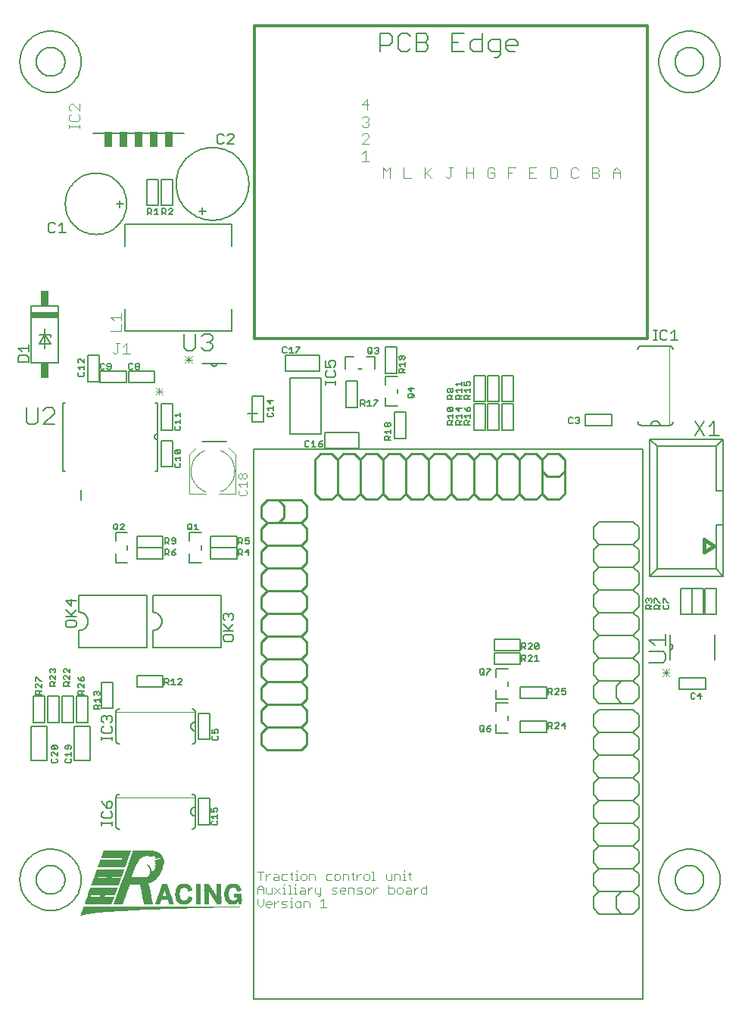
<source format=gto>
G75*
G70*
%OFA0B0*%
%FSLAX24Y24*%
%IPPOS*%
%LPD*%
%AMOC8*
5,1,8,0,0,1.08239X$1,22.5*
%
%ADD10R,0.0018X0.0009*%
%ADD11R,0.0036X0.0009*%
%ADD12R,0.0054X0.0009*%
%ADD13R,0.0090X0.0009*%
%ADD14R,0.0117X0.0009*%
%ADD15R,0.0153X0.0009*%
%ADD16R,0.0189X0.0009*%
%ADD17R,0.0243X0.0009*%
%ADD18R,0.0279X0.0009*%
%ADD19R,0.0342X0.0009*%
%ADD20R,0.0387X0.0009*%
%ADD21R,0.0459X0.0009*%
%ADD22R,0.0522X0.0009*%
%ADD23R,0.0594X0.0009*%
%ADD24R,0.0675X0.0009*%
%ADD25R,0.0765X0.0009*%
%ADD26R,0.0846X0.0009*%
%ADD27R,0.0945X0.0009*%
%ADD28R,0.1053X0.0009*%
%ADD29R,0.1152X0.0009*%
%ADD30R,0.1278X0.0009*%
%ADD31R,0.1395X0.0009*%
%ADD32R,0.1530X0.0009*%
%ADD33R,0.1674X0.0009*%
%ADD34R,0.1818X0.0009*%
%ADD35R,0.1971X0.0009*%
%ADD36R,0.2142X0.0009*%
%ADD37R,0.2322X0.0009*%
%ADD38R,0.2511X0.0009*%
%ADD39R,0.2718X0.0009*%
%ADD40R,0.2925X0.0009*%
%ADD41R,0.3150X0.0009*%
%ADD42R,0.3402X0.0009*%
%ADD43R,0.3654X0.0009*%
%ADD44R,0.3933X0.0009*%
%ADD45R,0.4230X0.0009*%
%ADD46R,0.4563X0.0009*%
%ADD47R,0.4914X0.0009*%
%ADD48R,0.5301X0.0009*%
%ADD49R,0.5742X0.0009*%
%ADD50R,0.6246X0.0009*%
%ADD51R,0.6858X0.0009*%
%ADD52R,0.0180X0.0009*%
%ADD53R,0.0162X0.0009*%
%ADD54R,0.0369X0.0009*%
%ADD55R,0.0360X0.0009*%
%ADD56R,0.0171X0.0009*%
%ADD57R,0.0189X0.0009*%
%ADD58R,0.0252X0.0009*%
%ADD59R,0.0225X0.0009*%
%ADD60R,0.0144X0.0009*%
%ADD61R,0.1161X0.0009*%
%ADD62R,0.0378X0.0009*%
%ADD63R,0.0198X0.0009*%
%ADD64R,0.0306X0.0009*%
%ADD65R,0.0270X0.0009*%
%ADD66R,0.0351X0.0009*%
%ADD67R,0.1170X0.0009*%
%ADD68R,0.0369X0.0009*%
%ADD69R,0.0369X0.0009*%
%ADD70R,0.0180X0.0009*%
%ADD71R,0.0198X0.0009*%
%ADD72R,0.0387X0.0009*%
%ADD73R,0.0189X0.0009*%
%ADD74R,0.0162X0.0009*%
%ADD75R,0.0423X0.0009*%
%ADD76R,0.0207X0.0009*%
%ADD77R,0.1170X0.0009*%
%ADD78R,0.0441X0.0009*%
%ADD79R,0.0216X0.0009*%
%ADD80R,0.0387X0.0009*%
%ADD81R,0.0369X0.0009*%
%ADD82R,0.0477X0.0009*%
%ADD83R,0.0414X0.0009*%
%ADD84R,0.0495X0.0009*%
%ADD85R,0.0432X0.0009*%
%ADD86R,0.0513X0.0009*%
%ADD87R,0.0234X0.0009*%
%ADD88R,0.0450X0.0009*%
%ADD89R,0.0531X0.0009*%
%ADD90R,0.0468X0.0009*%
%ADD91R,0.0549X0.0009*%
%ADD92R,0.0486X0.0009*%
%ADD93R,0.0567X0.0009*%
%ADD94R,0.0252X0.0009*%
%ADD95R,0.0585X0.0009*%
%ADD96R,0.0261X0.0009*%
%ADD97R,0.0675X0.0009*%
%ADD98R,0.1161X0.0009*%
%ADD99R,0.0378X0.0009*%
%ADD100R,0.0594X0.0009*%
%ADD101R,0.0261X0.0009*%
%ADD102R,0.0684X0.0009*%
%ADD103R,0.0612X0.0009*%
%ADD104R,0.0684X0.0009*%
%ADD105R,0.0630X0.0009*%
%ADD106R,0.0693X0.0009*%
%ADD107R,0.0288X0.0009*%
%ADD108R,0.0333X0.0009*%
%ADD109R,0.0297X0.0009*%
%ADD110R,0.0171X0.0009*%
%ADD111R,0.0243X0.0009*%
%ADD112R,0.0297X0.0009*%
%ADD113R,0.0279X0.0009*%
%ADD114R,0.0234X0.0009*%
%ADD115R,0.0234X0.0009*%
%ADD116R,0.0315X0.0009*%
%ADD117R,0.0666X0.0009*%
%ADD118R,0.0657X0.0009*%
%ADD119R,0.0216X0.0009*%
%ADD120R,0.0324X0.0009*%
%ADD121R,0.0225X0.0009*%
%ADD122R,0.0648X0.0009*%
%ADD123R,0.0207X0.0009*%
%ADD124R,0.0639X0.0009*%
%ADD125R,0.0342X0.0009*%
%ADD126R,0.0621X0.0009*%
%ADD127R,0.0207X0.0009*%
%ADD128R,0.0351X0.0009*%
%ADD129R,0.0621X0.0009*%
%ADD130R,0.0603X0.0009*%
%ADD131R,0.0135X0.0009*%
%ADD132R,0.0342X0.0009*%
%ADD133R,0.0099X0.0009*%
%ADD134R,0.0576X0.0009*%
%ADD135R,0.0045X0.0009*%
%ADD136R,0.0396X0.0009*%
%ADD137R,0.0135X0.0009*%
%ADD138R,0.0009X0.0009*%
%ADD139R,0.0405X0.0009*%
%ADD140R,0.0567X0.0009*%
%ADD141R,0.0414X0.0009*%
%ADD142R,0.0162X0.0009*%
%ADD143R,0.0360X0.0009*%
%ADD144R,0.0144X0.0009*%
%ADD145R,0.0189X0.0009*%
%ADD146R,0.0036X0.0009*%
%ADD147R,0.0396X0.0009*%
%ADD148R,0.0027X0.0009*%
%ADD149R,0.0063X0.0009*%
%ADD150R,0.0108X0.0009*%
%ADD151R,0.0162X0.0009*%
%ADD152R,0.0342X0.0009*%
%ADD153R,0.0207X0.0009*%
%ADD154R,0.0324X0.0009*%
%ADD155R,0.0306X0.0009*%
%ADD156R,0.0315X0.0009*%
%ADD157R,0.0297X0.0009*%
%ADD158R,0.0612X0.0009*%
%ADD159R,0.0558X0.0009*%
%ADD160R,0.0531X0.0009*%
%ADD161R,0.0252X0.0009*%
%ADD162R,0.0513X0.0009*%
%ADD163R,0.0459X0.0009*%
%ADD164R,0.0450X0.0009*%
%ADD165R,0.0414X0.0009*%
%ADD166R,0.1215X0.0009*%
%ADD167R,0.1215X0.0009*%
%ADD168R,0.1206X0.0009*%
%ADD169R,0.1197X0.0009*%
%ADD170R,0.1179X0.0009*%
%ADD171R,0.1188X0.0009*%
%ADD172R,0.1188X0.0009*%
%ADD173R,0.1224X0.0009*%
%ADD174R,0.1260X0.0009*%
%ADD175R,0.1296X0.0009*%
%ADD176R,0.1305X0.0009*%
%ADD177R,0.1323X0.0009*%
%ADD178R,0.1332X0.0009*%
%ADD179R,0.1350X0.0009*%
%ADD180R,0.1368X0.0009*%
%ADD181R,0.1368X0.0009*%
%ADD182R,0.1386X0.0009*%
%ADD183R,0.1404X0.0009*%
%ADD184R,0.1413X0.0009*%
%ADD185R,0.1422X0.0009*%
%ADD186R,0.1422X0.0009*%
%ADD187R,0.1440X0.0009*%
%ADD188R,0.1449X0.0009*%
%ADD189R,0.1179X0.0009*%
%ADD190R,0.1458X0.0009*%
%ADD191R,0.1458X0.0009*%
%ADD192R,0.1467X0.0009*%
%ADD193R,0.1476X0.0009*%
%ADD194R,0.0144X0.0009*%
%ADD195R,0.1485X0.0009*%
%ADD196R,0.1494X0.0009*%
%ADD197R,0.0459X0.0009*%
%ADD198R,0.1179X0.0009*%
%ADD199R,0.0441X0.0009*%
%ADD200R,0.0432X0.0009*%
%ADD201R,0.0432X0.0009*%
%ADD202R,0.1179X0.0009*%
%ADD203R,0.0468X0.0009*%
%ADD204R,0.0486X0.0009*%
%ADD205R,0.0072X0.0009*%
%ADD206R,0.0054X0.0009*%
%ADD207R,0.0045X0.0009*%
%ADD208R,0.0054X0.0009*%
%ADD209R,0.0072X0.0009*%
%ADD210R,0.0324X0.0009*%
%ADD211R,0.0081X0.0009*%
%ADD212R,0.0081X0.0009*%
%ADD213R,0.0072X0.0009*%
%ADD214R,0.0027X0.0009*%
%ADD215R,0.0324X0.0009*%
%ADD216R,0.0279X0.0009*%
%ADD217R,0.0405X0.0009*%
%ADD218R,0.0027X0.0009*%
%ADD219R,0.0252X0.0009*%
%ADD220R,0.0063X0.0009*%
%ADD221R,0.0540X0.0009*%
%ADD222R,0.0558X0.0009*%
%ADD223R,0.0972X0.0009*%
%ADD224R,0.1008X0.0009*%
%ADD225R,0.1314X0.0009*%
%ADD226R,0.1314X0.0009*%
%ADD227R,0.1287X0.0009*%
%ADD228R,0.1260X0.0009*%
%ADD229R,0.1251X0.0009*%
%ADD230R,0.1242X0.0009*%
%ADD231R,0.1197X0.0009*%
%ADD232R,0.1152X0.0009*%
%ADD233R,0.1143X0.0009*%
%ADD234R,0.1116X0.0009*%
%ADD235R,0.1089X0.0009*%
%ADD236R,0.1062X0.0009*%
%ADD237R,0.1035X0.0009*%
%ADD238R,0.0999X0.0009*%
%ADD239R,0.0954X0.0009*%
%ADD240R,0.0909X0.0009*%
%ADD241R,0.0819X0.0009*%
%ADD242C,0.0030*%
%ADD243C,0.0040*%
%ADD244C,0.0120*%
%ADD245C,0.0070*%
%ADD246C,0.0100*%
%ADD247C,0.0050*%
%ADD248C,0.0060*%
%ADD249C,0.0020*%
%ADD250C,0.0080*%
%ADD251R,0.0380X0.0660*%
%ADD252R,0.1200X0.0300*%
%ADD253R,0.0320X0.0660*%
%ADD254C,0.0160*%
D10*
X010402Y003784D03*
X013354Y006016D03*
D11*
X013363Y005998D03*
X013462Y005782D03*
X013462Y005773D03*
X010411Y003793D03*
D12*
X010429Y003802D03*
X013480Y005737D03*
X013462Y005791D03*
X013462Y005809D03*
D13*
X013480Y006394D03*
X015163Y004873D03*
X010447Y003811D03*
D14*
X010460Y003820D03*
D15*
X010487Y003829D03*
D16*
X010505Y003838D03*
X013934Y006259D03*
X014087Y005161D03*
X014186Y004891D03*
X014195Y004864D03*
X014204Y004837D03*
X014222Y004792D03*
X014222Y004783D03*
X014231Y004756D03*
X014240Y004738D03*
X014240Y004729D03*
X014249Y004711D03*
X014249Y004702D03*
X014267Y004666D03*
X014267Y004657D03*
X014267Y004648D03*
X014276Y004639D03*
X014330Y004468D03*
X014339Y004441D03*
X014357Y004387D03*
X014654Y004684D03*
X014654Y004693D03*
X014654Y004702D03*
X014654Y004747D03*
X014654Y004756D03*
X014654Y004774D03*
X015932Y004774D03*
X015932Y004783D03*
X015932Y004792D03*
X015932Y004801D03*
X015932Y004819D03*
X015932Y004828D03*
X015932Y004756D03*
X015932Y004747D03*
X015932Y004738D03*
X015932Y004729D03*
X015932Y004711D03*
X015932Y004702D03*
X015932Y004693D03*
X015932Y004684D03*
X015932Y004666D03*
X015932Y004657D03*
X015932Y004648D03*
X015932Y004639D03*
X015932Y004621D03*
X015932Y004612D03*
X015932Y004603D03*
X015932Y004594D03*
X015932Y004576D03*
X015932Y004567D03*
X015932Y004558D03*
X015932Y004549D03*
X015932Y004531D03*
X015932Y004522D03*
X015932Y004513D03*
X015932Y004504D03*
X015932Y004486D03*
X015932Y004477D03*
X015932Y004468D03*
X015932Y004459D03*
X015932Y004441D03*
X015932Y004432D03*
X015932Y004423D03*
X015932Y004414D03*
X015932Y004396D03*
X015932Y004387D03*
X015932Y004378D03*
X015932Y004369D03*
X015932Y004351D03*
X015932Y004342D03*
X015932Y004333D03*
X015932Y004324D03*
X015932Y004306D03*
X015932Y004297D03*
X016490Y004297D03*
X016490Y004639D03*
X016490Y004648D03*
X016490Y004657D03*
X016490Y004666D03*
X016490Y004684D03*
X016490Y004693D03*
X016490Y004702D03*
X016490Y004711D03*
X016490Y004729D03*
X016490Y004738D03*
X016490Y004747D03*
X016490Y004756D03*
X016490Y004774D03*
X016490Y004783D03*
X016490Y004792D03*
X016490Y004801D03*
X016490Y004819D03*
X016490Y004828D03*
X016490Y004837D03*
X016490Y004846D03*
X016490Y004864D03*
X016490Y004873D03*
X016490Y004882D03*
X016490Y004891D03*
X016490Y004909D03*
X016490Y004918D03*
X016490Y004927D03*
X016490Y004936D03*
X016490Y004954D03*
X016490Y004963D03*
X016490Y004972D03*
X016490Y004981D03*
X016490Y004999D03*
X016490Y005008D03*
X016490Y005017D03*
X016490Y005026D03*
X016490Y005044D03*
X016490Y005053D03*
X016490Y005062D03*
X016490Y005071D03*
X016490Y005089D03*
X016490Y005098D03*
X016490Y005107D03*
X016490Y005116D03*
X016490Y005134D03*
X016490Y005143D03*
X016490Y005152D03*
X016814Y004783D03*
X016814Y004774D03*
X016814Y004684D03*
X017390Y004576D03*
X017390Y004567D03*
X015941Y005161D03*
D17*
X015959Y005098D03*
X015959Y005089D03*
X016463Y004378D03*
X016463Y004369D03*
X016886Y004468D03*
X016895Y004459D03*
X017363Y004477D03*
X017309Y004999D03*
X015149Y004999D03*
X014744Y004999D03*
X012323Y006232D03*
X012332Y006259D03*
X012350Y006304D03*
X010532Y003847D03*
D18*
X010559Y003856D03*
X014087Y005026D03*
X015122Y004432D03*
X015977Y005044D03*
X016445Y004432D03*
X016445Y004423D03*
X016922Y005008D03*
D19*
X017080Y004315D03*
X014092Y004945D03*
X013840Y005890D03*
X012562Y005755D03*
X012526Y005665D03*
X012481Y005530D03*
X010591Y003865D03*
D20*
X010622Y003874D03*
X012728Y006169D03*
X012737Y006187D03*
D21*
X012818Y006313D03*
X013673Y005647D03*
X013673Y005638D03*
X010658Y003883D03*
D22*
X010690Y003892D03*
X013516Y005458D03*
D23*
X012913Y006394D03*
X014947Y005044D03*
X017107Y005044D03*
X010735Y003901D03*
D24*
X010775Y003910D03*
D25*
X010820Y003919D03*
X012665Y005458D03*
D26*
X010870Y003928D03*
D27*
X010919Y003937D03*
D28*
X010973Y003946D03*
D29*
X011032Y003955D03*
D30*
X011095Y003964D03*
X013282Y006466D03*
D31*
X012926Y005323D03*
X011162Y003973D03*
D32*
X011230Y003982D03*
D33*
X011302Y003991D03*
D34*
X011383Y004000D03*
D35*
X011459Y004009D03*
D36*
X011545Y004018D03*
D37*
X011644Y004027D03*
D38*
X011738Y004036D03*
D39*
X011842Y004045D03*
D40*
X011954Y004054D03*
D41*
X012067Y004063D03*
D42*
X012193Y004072D03*
D43*
X012328Y004081D03*
D44*
X012467Y004090D03*
D45*
X012625Y004099D03*
D46*
X012791Y004108D03*
D47*
X012967Y004117D03*
D48*
X013169Y004126D03*
D49*
X013390Y004135D03*
D50*
X013642Y004144D03*
D51*
X013957Y004153D03*
D52*
X013786Y004306D03*
X013795Y004324D03*
X013795Y004333D03*
X013795Y004342D03*
X013804Y004351D03*
X013804Y004369D03*
X013813Y004378D03*
X013813Y004387D03*
X013813Y004396D03*
X013822Y004414D03*
X013822Y004423D03*
X013831Y004432D03*
X013831Y004441D03*
X013840Y004459D03*
X013840Y004468D03*
X013903Y004648D03*
X013912Y004666D03*
X013921Y004693D03*
X013921Y004702D03*
X013930Y004729D03*
X013939Y004747D03*
X013948Y004774D03*
X013957Y004801D03*
X013966Y004828D03*
X013984Y004882D03*
X014182Y004909D03*
X014191Y004882D03*
X014191Y004873D03*
X014200Y004846D03*
X014209Y004828D03*
X014218Y004801D03*
X014227Y004774D03*
X014236Y004747D03*
X014254Y004693D03*
X014956Y004279D03*
X015217Y004576D03*
X015559Y004288D03*
X015559Y005161D03*
X017359Y004891D03*
X013795Y006322D03*
D53*
X013948Y006268D03*
X017089Y004279D03*
X017404Y004297D03*
X017404Y004306D03*
X017404Y004324D03*
X017404Y004333D03*
X017404Y004342D03*
X017404Y004351D03*
X017404Y004369D03*
X017404Y004378D03*
X017404Y004387D03*
D54*
X017075Y004324D03*
X016400Y004558D03*
X016400Y004567D03*
X016022Y004909D03*
X013862Y006061D03*
X013862Y006079D03*
X013862Y006088D03*
X013862Y006097D03*
X013862Y006106D03*
X013862Y006124D03*
X013862Y006133D03*
X013862Y006142D03*
X013862Y006151D03*
X013862Y006169D03*
X013862Y006178D03*
X012710Y006133D03*
X012701Y006106D03*
X012692Y006097D03*
X012692Y006088D03*
X012341Y005107D03*
X012305Y005008D03*
X012296Y004981D03*
X012269Y004909D03*
X012260Y004882D03*
X012224Y004783D03*
X012215Y004756D03*
X012197Y004711D03*
X012179Y004657D03*
X012161Y004612D03*
X012125Y004513D03*
X012116Y004486D03*
X012107Y004459D03*
X012089Y004414D03*
X012080Y004387D03*
X012062Y004333D03*
X012044Y004288D03*
X013331Y004486D03*
X013331Y004504D03*
X013322Y004549D03*
X013304Y004639D03*
X013304Y004648D03*
X013295Y004684D03*
X013295Y004693D03*
X013295Y004702D03*
X013286Y004729D03*
X013286Y004738D03*
X013286Y004747D03*
X013277Y004783D03*
X013277Y004792D03*
X013259Y004882D03*
X013259Y004891D03*
X013250Y004927D03*
X013250Y004936D03*
X013241Y004972D03*
X013241Y004981D03*
X013232Y005026D03*
X013214Y005134D03*
X013340Y004459D03*
X013340Y004441D03*
X013349Y004396D03*
X013367Y004306D03*
X013367Y004297D03*
D55*
X013372Y004288D03*
X013363Y004324D03*
X013363Y004333D03*
X013354Y004369D03*
X013354Y004378D03*
X013354Y004387D03*
X013345Y004414D03*
X013345Y004423D03*
X013345Y004432D03*
X013336Y004468D03*
X013336Y004477D03*
X013327Y004513D03*
X013327Y004522D03*
X013327Y004531D03*
X013318Y004558D03*
X013318Y004567D03*
X013318Y004576D03*
X013309Y004612D03*
X013309Y004621D03*
X013300Y004657D03*
X013300Y004666D03*
X013291Y004711D03*
X013282Y004756D03*
X013282Y004774D03*
X013273Y004801D03*
X013273Y004819D03*
X013264Y004864D03*
X013264Y004873D03*
X013255Y004909D03*
X013255Y004918D03*
X013246Y004954D03*
X013246Y004963D03*
X013237Y004999D03*
X013237Y005008D03*
X013237Y005017D03*
X013228Y005044D03*
X013228Y005053D03*
X013228Y005062D03*
X013219Y005089D03*
X013219Y005098D03*
X013219Y005107D03*
X013219Y005116D03*
X013210Y005143D03*
X013210Y005152D03*
X014092Y004918D03*
X013849Y005953D03*
X013858Y005998D03*
X013858Y006007D03*
X013858Y006016D03*
X013858Y006034D03*
X013858Y006043D03*
X013858Y006052D03*
X013813Y006367D03*
X012688Y006079D03*
X012679Y006061D03*
X012679Y006052D03*
X012670Y006043D03*
X012670Y006034D03*
X012661Y006016D03*
X012661Y006007D03*
X012652Y005998D03*
X012652Y005989D03*
X012643Y005971D03*
X012634Y005944D03*
X016018Y004918D03*
X016405Y004549D03*
D56*
X016490Y004288D03*
X015932Y004288D03*
X016490Y005161D03*
X013997Y004909D03*
X013988Y004891D03*
X013979Y004873D03*
X013979Y004864D03*
X013970Y004846D03*
X013970Y004837D03*
X013961Y004819D03*
X013952Y004792D03*
X013952Y004783D03*
X013943Y004756D03*
X013934Y004738D03*
X013925Y004711D03*
X013916Y004684D03*
X013907Y004657D03*
X013898Y004639D03*
X013844Y004477D03*
X013781Y004297D03*
X013781Y004288D03*
X013475Y006403D03*
X011657Y005476D03*
X011648Y005467D03*
X011648Y005458D03*
X011648Y005449D03*
X011639Y005431D03*
X011639Y005422D03*
X011369Y004684D03*
X011360Y004666D03*
X011360Y004657D03*
X011351Y004648D03*
X011351Y004639D03*
X011342Y004621D03*
X011342Y004612D03*
D57*
X014213Y004819D03*
X014258Y004684D03*
X014348Y004414D03*
X014393Y004288D03*
D58*
X014956Y004288D03*
X015145Y004441D03*
X014956Y005161D03*
X014092Y005071D03*
X014092Y005062D03*
X013912Y006241D03*
X012346Y006286D03*
X012337Y006277D03*
X012337Y006268D03*
X017116Y005161D03*
X017296Y005008D03*
D59*
X017327Y004981D03*
X016886Y004981D03*
X016877Y004972D03*
X016859Y004504D03*
X016868Y004486D03*
X016877Y004477D03*
X017084Y004288D03*
X016472Y004351D03*
X016265Y004648D03*
X016229Y004702D03*
X016211Y004729D03*
X016193Y004756D03*
X016175Y004783D03*
X015950Y005116D03*
X015176Y004972D03*
X015167Y004981D03*
X014726Y004981D03*
X014717Y004972D03*
X014717Y004477D03*
X015167Y004459D03*
X014087Y005107D03*
D60*
X011077Y005494D03*
X011068Y005467D03*
X011059Y005449D03*
X011050Y005422D03*
X017404Y004288D03*
D61*
X011414Y004999D03*
X011342Y004801D03*
X011333Y004774D03*
X011306Y004702D03*
X011270Y004603D03*
X011261Y004576D03*
X011252Y004549D03*
X011234Y004504D03*
X011225Y004477D03*
X011189Y004378D03*
X011180Y004351D03*
X011171Y004324D03*
X011162Y004306D03*
X011162Y004297D03*
D62*
X012049Y004297D03*
X012049Y004306D03*
X012058Y004324D03*
X012067Y004342D03*
X012067Y004351D03*
X012076Y004369D03*
X012076Y004378D03*
X012085Y004396D03*
X012094Y004423D03*
X012103Y004441D03*
X012112Y004468D03*
X012112Y004477D03*
X012121Y004504D03*
X012130Y004522D03*
X012130Y004531D03*
X012139Y004549D03*
X012148Y004567D03*
X012148Y004576D03*
X012157Y004594D03*
X012157Y004603D03*
X012166Y004621D03*
X012175Y004639D03*
X012175Y004648D03*
X012184Y004666D03*
X012193Y004693D03*
X012193Y004702D03*
X012202Y004729D03*
X012211Y004738D03*
X012211Y004747D03*
X012220Y004774D03*
X012229Y004792D03*
X012229Y004801D03*
X012238Y004819D03*
X012238Y004828D03*
X012247Y004837D03*
X012247Y004846D03*
X012256Y004864D03*
X012256Y004873D03*
X012265Y004891D03*
X012274Y004918D03*
X012274Y004927D03*
X012283Y004936D03*
X012283Y004954D03*
X012292Y004963D03*
X012292Y004972D03*
X012301Y004999D03*
X012310Y005017D03*
X012310Y005026D03*
X012319Y005044D03*
X012319Y005053D03*
X012328Y005062D03*
X012328Y005071D03*
X012337Y005089D03*
X012337Y005098D03*
X012346Y005116D03*
X012355Y005134D03*
X012355Y005143D03*
X012355Y005152D03*
X012706Y006124D03*
X012715Y006142D03*
X012724Y006151D03*
X012733Y006178D03*
X013858Y006187D03*
X016027Y004891D03*
X016027Y004882D03*
X016396Y004576D03*
D63*
X016486Y004306D03*
X016837Y004558D03*
X016828Y004594D03*
X016828Y004603D03*
X016819Y004621D03*
X016819Y004639D03*
X016819Y004648D03*
X016819Y004657D03*
X016819Y004666D03*
X016810Y004693D03*
X016810Y004702D03*
X016810Y004711D03*
X016810Y004729D03*
X016810Y004738D03*
X016810Y004747D03*
X016810Y004756D03*
X016819Y004792D03*
X016819Y004801D03*
X016819Y004819D03*
X016819Y004828D03*
X016819Y004837D03*
X016828Y004846D03*
X016828Y004864D03*
X016828Y004873D03*
X016837Y004891D03*
X017359Y004918D03*
X017359Y004927D03*
X017368Y004909D03*
X017386Y004558D03*
X017386Y004549D03*
X015559Y004549D03*
X015559Y004558D03*
X015559Y004567D03*
X015559Y004576D03*
X015559Y004594D03*
X015559Y004603D03*
X015559Y004612D03*
X015559Y004621D03*
X015559Y004639D03*
X015559Y004648D03*
X015559Y004657D03*
X015559Y004666D03*
X015559Y004684D03*
X015559Y004693D03*
X015559Y004702D03*
X015559Y004711D03*
X015559Y004729D03*
X015559Y004738D03*
X015559Y004747D03*
X015559Y004756D03*
X015559Y004774D03*
X015559Y004783D03*
X015559Y004792D03*
X015559Y004801D03*
X015559Y004819D03*
X015559Y004828D03*
X015559Y004837D03*
X015559Y004846D03*
X015559Y004864D03*
X015559Y004873D03*
X015559Y004882D03*
X015559Y004891D03*
X015559Y004909D03*
X015559Y004918D03*
X015559Y004927D03*
X015559Y004936D03*
X015559Y004954D03*
X015559Y004963D03*
X015559Y004972D03*
X015559Y004981D03*
X015559Y004999D03*
X015559Y005008D03*
X015559Y005017D03*
X015559Y005026D03*
X015559Y005044D03*
X015559Y005053D03*
X015559Y005062D03*
X015559Y005071D03*
X015559Y005089D03*
X015559Y005098D03*
X015559Y005107D03*
X015559Y005116D03*
X015559Y005134D03*
X015559Y005143D03*
X015559Y005152D03*
X015559Y004531D03*
X015559Y004522D03*
X015559Y004513D03*
X015559Y004504D03*
X015559Y004486D03*
X015559Y004477D03*
X015559Y004468D03*
X015559Y004459D03*
X015559Y004441D03*
X015559Y004432D03*
X015559Y004423D03*
X015559Y004414D03*
X015559Y004396D03*
X015559Y004387D03*
X015559Y004378D03*
X015559Y004369D03*
X015559Y004351D03*
X015559Y004342D03*
X015559Y004333D03*
X015559Y004324D03*
X015559Y004306D03*
X015559Y004297D03*
X015199Y004513D03*
X015208Y004531D03*
X015217Y004549D03*
X015217Y004558D03*
X015217Y004567D03*
X014677Y004558D03*
X014668Y004594D03*
X014668Y004603D03*
X014659Y004612D03*
X014659Y004621D03*
X014659Y004639D03*
X014659Y004648D03*
X014659Y004657D03*
X014659Y004666D03*
X014650Y004711D03*
X014650Y004729D03*
X014650Y004738D03*
X014659Y004783D03*
X014659Y004792D03*
X014659Y004801D03*
X014659Y004819D03*
X014659Y004828D03*
X014659Y004837D03*
X014668Y004846D03*
X014668Y004864D03*
X014668Y004873D03*
X014677Y004882D03*
X014677Y004891D03*
X014326Y004477D03*
X014335Y004459D03*
X014344Y004432D03*
X014344Y004423D03*
X014353Y004396D03*
X014362Y004378D03*
X014362Y004369D03*
X014371Y004351D03*
X014371Y004342D03*
X014380Y004333D03*
X014380Y004324D03*
X014389Y004306D03*
X014389Y004297D03*
X014092Y005143D03*
X014092Y005152D03*
D64*
X014092Y004999D03*
X014956Y005152D03*
X014956Y004297D03*
X015991Y004999D03*
X016432Y004468D03*
X016936Y004432D03*
X017080Y004306D03*
X017116Y005152D03*
X013804Y006421D03*
D65*
X014092Y005044D03*
X014758Y005008D03*
X015973Y005053D03*
X016450Y004414D03*
X016918Y004441D03*
X017080Y004297D03*
D66*
X016409Y004531D03*
X016013Y004927D03*
X016013Y004936D03*
X014951Y005143D03*
X014951Y004306D03*
X014087Y004927D03*
X013844Y005917D03*
X013844Y005926D03*
X013844Y005944D03*
X013853Y005962D03*
X013853Y005971D03*
X013853Y005989D03*
X013817Y006358D03*
X012638Y005962D03*
X012638Y005953D03*
X012629Y005926D03*
X012620Y005917D03*
X012620Y005908D03*
X012611Y005899D03*
X012611Y005881D03*
X012602Y005872D03*
X012602Y005863D03*
X012593Y005836D03*
X012584Y005818D03*
X012575Y005791D03*
X012566Y005773D03*
X012557Y005746D03*
X012539Y005701D03*
X012530Y005674D03*
X012521Y005647D03*
X012485Y005548D03*
X017111Y005143D03*
D67*
X011932Y006430D03*
X011851Y006205D03*
X011833Y006160D03*
X011788Y006025D03*
X011770Y005980D03*
X011752Y005935D03*
X011707Y005800D03*
X011689Y005755D03*
X011671Y005710D03*
X011653Y005665D03*
X011626Y005575D03*
X011608Y005530D03*
X011545Y005350D03*
X011527Y005305D03*
X011509Y005260D03*
X011491Y005215D03*
X011473Y005170D03*
X011464Y005125D03*
X011410Y004990D03*
X011392Y004945D03*
X011365Y004855D03*
X011347Y004810D03*
X011329Y004765D03*
X011311Y004720D03*
X011266Y004585D03*
X011248Y004540D03*
X011230Y004495D03*
X011185Y004360D03*
X011167Y004315D03*
D68*
X012053Y004315D03*
X012233Y004810D03*
X013223Y005080D03*
X013313Y004585D03*
X013358Y004360D03*
X012683Y006070D03*
D69*
X012701Y006115D03*
X012332Y005080D03*
X012251Y004855D03*
X012152Y004585D03*
X012071Y004360D03*
X013322Y004540D03*
X013331Y004495D03*
X013340Y004450D03*
X013349Y004405D03*
X013367Y004315D03*
X013241Y004990D03*
X013232Y005035D03*
X013214Y005125D03*
X013862Y006070D03*
X013862Y006115D03*
X013862Y006160D03*
X016022Y004900D03*
D70*
X014956Y005170D03*
X014200Y004855D03*
X014182Y004900D03*
X013993Y004900D03*
X013975Y004855D03*
X013930Y004720D03*
X013912Y004675D03*
X013822Y004405D03*
X013804Y004360D03*
X013786Y004315D03*
X014245Y004720D03*
X017116Y005170D03*
D71*
X017368Y004900D03*
X017386Y004540D03*
X016828Y004585D03*
X016819Y004630D03*
X016819Y004675D03*
X016810Y004720D03*
X016810Y004765D03*
X016819Y004810D03*
X016828Y004855D03*
X016486Y004315D03*
X015559Y004315D03*
X015559Y004360D03*
X015559Y004405D03*
X015559Y004450D03*
X015559Y004495D03*
X015559Y004540D03*
X015559Y004585D03*
X015559Y004630D03*
X015559Y004675D03*
X015559Y004720D03*
X015559Y004765D03*
X015559Y004810D03*
X015559Y004855D03*
X015559Y004900D03*
X015559Y004945D03*
X015559Y004990D03*
X015559Y005035D03*
X015559Y005080D03*
X015559Y005125D03*
X015208Y004900D03*
X015208Y004540D03*
X014668Y004585D03*
X014659Y004630D03*
X014650Y004720D03*
X014659Y004810D03*
X014668Y004855D03*
X014335Y004450D03*
X014353Y004405D03*
X014371Y004360D03*
X014380Y004315D03*
D72*
X014951Y004315D03*
X016391Y004585D03*
X012746Y006205D03*
D73*
X014231Y004765D03*
X014276Y004630D03*
X014654Y004675D03*
X014654Y004765D03*
X015932Y004765D03*
X015932Y004810D03*
X015932Y004720D03*
X015932Y004675D03*
X015932Y004630D03*
X015932Y004585D03*
X015932Y004540D03*
X015932Y004495D03*
X015932Y004450D03*
X015932Y004405D03*
X015932Y004360D03*
X015932Y004315D03*
X016490Y004630D03*
X016490Y004675D03*
X016490Y004720D03*
X016490Y004765D03*
X016490Y004810D03*
X016490Y004855D03*
X016490Y004900D03*
X016490Y004945D03*
X016490Y004990D03*
X016490Y005035D03*
X016490Y005080D03*
X016490Y005125D03*
D74*
X017404Y004360D03*
X017404Y004315D03*
D75*
X014951Y004324D03*
X012791Y006277D03*
X012782Y006268D03*
D76*
X014690Y004927D03*
X014690Y004918D03*
X014681Y004909D03*
X014681Y004549D03*
X014690Y004531D03*
X014690Y004522D03*
X015185Y004486D03*
X015941Y005143D03*
X015941Y005152D03*
X016841Y004909D03*
X016850Y004918D03*
X016850Y004927D03*
X016841Y004549D03*
X016481Y004324D03*
X017381Y004522D03*
X017381Y004531D03*
X017345Y004954D03*
D77*
X013255Y006529D03*
X011995Y006601D03*
X011977Y006556D03*
X011968Y006529D03*
X011959Y006502D03*
X011941Y006457D03*
X011923Y006403D03*
X011914Y006376D03*
X011905Y006358D03*
X011896Y006331D03*
X011842Y006178D03*
X011833Y006151D03*
X011824Y006133D03*
X011815Y006106D03*
X011806Y006079D03*
X011797Y006061D03*
X011797Y006052D03*
X011788Y006034D03*
X011779Y006007D03*
X011761Y005962D03*
X011761Y005953D03*
X011752Y005926D03*
X011707Y005809D03*
X011698Y005782D03*
X011689Y005764D03*
X011680Y005737D03*
X011680Y005728D03*
X011671Y005701D03*
X011662Y005683D03*
X011653Y005656D03*
X011644Y005638D03*
X011644Y005629D03*
X011635Y005611D03*
X011635Y005602D03*
X011626Y005584D03*
X011617Y005566D03*
X011617Y005557D03*
X011608Y005539D03*
X011599Y005512D03*
X011599Y005503D03*
X011563Y005413D03*
X011563Y005404D03*
X011554Y005386D03*
X011554Y005377D03*
X011545Y005368D03*
X011545Y005359D03*
X011536Y005341D03*
X011536Y005332D03*
X011527Y005314D03*
X011518Y005287D03*
X011518Y005278D03*
X011509Y005269D03*
X011509Y005251D03*
X011500Y005242D03*
X011500Y005233D03*
X011491Y005206D03*
X011482Y005188D03*
X011482Y005179D03*
X011473Y005161D03*
X011473Y005152D03*
X011464Y005143D03*
X011464Y005134D03*
X011455Y005116D03*
X011410Y004981D03*
X011401Y004972D03*
X011401Y004963D03*
X011401Y004954D03*
X011392Y004936D03*
X011392Y004927D03*
X011383Y004918D03*
X011383Y004909D03*
X011374Y004891D03*
X011374Y004882D03*
X011365Y004873D03*
X011365Y004864D03*
X011356Y004846D03*
X011356Y004837D03*
X011356Y004828D03*
X011347Y004819D03*
X011338Y004792D03*
X011338Y004783D03*
X011329Y004756D03*
X011320Y004747D03*
X011320Y004738D03*
X011320Y004729D03*
X011311Y004711D03*
X011302Y004693D03*
X011266Y004594D03*
X011257Y004567D03*
X011257Y004558D03*
X011248Y004531D03*
X011239Y004522D03*
X011239Y004513D03*
X011230Y004486D03*
X011221Y004468D03*
X011221Y004459D03*
X011212Y004441D03*
X011212Y004432D03*
X011203Y004423D03*
X011203Y004414D03*
X011194Y004396D03*
X011194Y004387D03*
X011185Y004369D03*
X011176Y004342D03*
X011176Y004333D03*
D78*
X013592Y005512D03*
X013601Y005521D03*
X013619Y005539D03*
X013637Y005566D03*
X013646Y005584D03*
X013655Y005593D03*
X013655Y005602D03*
X014951Y004333D03*
X017111Y005116D03*
D79*
X017332Y004972D03*
X017341Y004963D03*
X017377Y004513D03*
X017377Y004504D03*
X016855Y004513D03*
X016855Y004522D03*
X016846Y004531D03*
X016855Y004936D03*
X016864Y004954D03*
X016873Y004963D03*
X016261Y004657D03*
X016252Y004666D03*
X016243Y004684D03*
X016234Y004693D03*
X016225Y004711D03*
X016207Y004738D03*
X016198Y004747D03*
X016180Y004774D03*
X016171Y004792D03*
X016162Y004801D03*
X016153Y004819D03*
X016144Y004828D03*
X016270Y004639D03*
X016477Y004342D03*
X016477Y004333D03*
X015946Y005134D03*
X015181Y004963D03*
X015181Y004954D03*
X014713Y004963D03*
X014704Y004954D03*
X014695Y004936D03*
X014695Y004513D03*
X014713Y004486D03*
X015172Y004468D03*
X015181Y004477D03*
X014092Y005116D03*
X013822Y006331D03*
D80*
X012476Y005476D03*
X014951Y005134D03*
X016031Y004873D03*
X016391Y004594D03*
X017075Y004333D03*
X017111Y005134D03*
D81*
X013853Y006196D03*
X013223Y005071D03*
X013268Y004846D03*
X013268Y004837D03*
X013268Y004828D03*
X013313Y004603D03*
X013313Y004594D03*
X013358Y004351D03*
X013358Y004342D03*
X012188Y004684D03*
X012143Y004558D03*
X012098Y004432D03*
D82*
X013691Y005692D03*
X012836Y006331D03*
X014951Y004342D03*
D83*
X017071Y004342D03*
D84*
X017066Y004387D03*
X017111Y005098D03*
X014951Y005098D03*
X014951Y004351D03*
X012854Y006349D03*
D85*
X012796Y006286D03*
X017071Y004351D03*
D86*
X014951Y004360D03*
D87*
X015154Y004450D03*
X016468Y004360D03*
D88*
X017071Y004360D03*
X013669Y005620D03*
D89*
X012872Y006367D03*
X014951Y004369D03*
D90*
X014956Y005107D03*
X013687Y005674D03*
X013687Y005683D03*
X013678Y005656D03*
X013552Y005476D03*
X012823Y006322D03*
X017071Y004369D03*
D91*
X017111Y005071D03*
X014951Y005071D03*
X014951Y004378D03*
D92*
X013696Y005701D03*
X013696Y005719D03*
X013534Y005467D03*
X017071Y004378D03*
D93*
X014951Y004387D03*
X014951Y005062D03*
D94*
X016459Y004387D03*
X016909Y004999D03*
X017359Y004468D03*
X012328Y006241D03*
D95*
X014087Y004594D03*
X014951Y004396D03*
X014951Y005053D03*
D96*
X015140Y005008D03*
X014753Y004441D03*
X014087Y005053D03*
X015968Y005062D03*
X015968Y005071D03*
X016454Y004396D03*
X017354Y004459D03*
D97*
X017147Y004396D03*
D98*
X011378Y004900D03*
X011216Y004450D03*
X011198Y004405D03*
D99*
X012085Y004405D03*
X012103Y004450D03*
X012121Y004495D03*
X012139Y004540D03*
X012166Y004630D03*
X012184Y004675D03*
X012202Y004720D03*
X012220Y004765D03*
X012265Y004900D03*
X012283Y004945D03*
X012301Y004990D03*
X012319Y005035D03*
X012346Y005125D03*
X012724Y006160D03*
D100*
X014092Y004585D03*
X014947Y004405D03*
D101*
X016454Y004405D03*
X016904Y004450D03*
D102*
X017143Y004405D03*
D103*
X017107Y005026D03*
X014947Y004414D03*
X014092Y004558D03*
D104*
X017143Y004414D03*
D105*
X017107Y005017D03*
X014947Y005017D03*
X014947Y004423D03*
X014092Y004531D03*
X012598Y005467D03*
D106*
X017138Y004423D03*
D107*
X016441Y004441D03*
X015982Y005026D03*
X014776Y004432D03*
X014092Y005017D03*
X013858Y006349D03*
D108*
X013808Y006394D03*
X013835Y005881D03*
X013835Y005872D03*
X013835Y005863D03*
X013835Y005854D03*
X013826Y005836D03*
X013790Y005746D03*
X013781Y005737D03*
X014087Y004954D03*
X016004Y004954D03*
X016004Y004963D03*
X016418Y004513D03*
X016418Y004504D03*
X017318Y004432D03*
D109*
X017336Y004441D03*
X016436Y004459D03*
X015986Y005008D03*
X015986Y005017D03*
D110*
X013961Y004810D03*
X013943Y004765D03*
X013898Y004630D03*
X013835Y004450D03*
X011639Y005440D03*
X011657Y005485D03*
X011360Y004675D03*
D111*
X014087Y005080D03*
X014735Y004990D03*
X015158Y004990D03*
X014744Y004450D03*
X016895Y004990D03*
D112*
X016436Y004450D03*
D113*
X015977Y005035D03*
X017345Y004450D03*
X014087Y005035D03*
D114*
X014731Y004459D03*
D115*
X014722Y004468D03*
X014092Y005089D03*
X014092Y005098D03*
X015955Y005107D03*
X017368Y004486D03*
D116*
X016427Y004486D03*
X016427Y004477D03*
X015995Y004981D03*
X014087Y004981D03*
X013808Y006412D03*
D117*
X014092Y004486D03*
D118*
X014087Y004495D03*
D119*
X014704Y004495D03*
X015190Y004495D03*
X015190Y004945D03*
X016189Y004765D03*
X016216Y004720D03*
X016279Y004630D03*
X016864Y004945D03*
X014092Y005125D03*
X013921Y006250D03*
D120*
X013795Y005755D03*
X016423Y004495D03*
D121*
X016247Y004675D03*
X016157Y004810D03*
X015950Y005125D03*
X016868Y004495D03*
X017372Y004495D03*
X017318Y004990D03*
D122*
X014092Y004513D03*
X014092Y004504D03*
D123*
X014672Y004567D03*
X014672Y004576D03*
X014699Y004504D03*
X015194Y004504D03*
X015203Y004522D03*
X015203Y004909D03*
X015203Y004918D03*
X015194Y004927D03*
X015194Y004936D03*
X014087Y005134D03*
X016832Y004882D03*
X016823Y004612D03*
X016832Y004576D03*
X016832Y004567D03*
X017354Y004936D03*
D124*
X014087Y004522D03*
D125*
X013813Y006376D03*
X012598Y005854D03*
X012589Y005827D03*
X012553Y005737D03*
X012553Y005728D03*
X012544Y005719D03*
X012508Y005611D03*
X012508Y005602D03*
X012499Y005593D03*
X012499Y005584D03*
X012463Y005494D03*
X016414Y004522D03*
X017314Y004594D03*
X017314Y004603D03*
X017314Y004612D03*
X017314Y004621D03*
X017314Y004639D03*
X017314Y004648D03*
X017314Y004657D03*
X017314Y004666D03*
X017314Y004684D03*
X017314Y004693D03*
X017314Y004702D03*
X017314Y004711D03*
D126*
X014087Y004540D03*
D127*
X014681Y004540D03*
X014681Y004900D03*
X016841Y004900D03*
X016841Y004540D03*
X017345Y004945D03*
D128*
X016409Y004540D03*
X013844Y005935D03*
X013853Y005980D03*
X013862Y006205D03*
X012647Y005980D03*
X012629Y005935D03*
X012611Y005890D03*
X012593Y005845D03*
X012575Y005800D03*
X012494Y005575D03*
D129*
X012935Y006403D03*
X014087Y004549D03*
X014951Y005026D03*
D130*
X014087Y004576D03*
X014087Y004567D03*
D131*
X015194Y004585D03*
X011072Y005485D03*
X010784Y004675D03*
X010766Y004630D03*
D132*
X012463Y005485D03*
X012508Y005620D03*
X012544Y005710D03*
X013813Y006385D03*
X016009Y004945D03*
X017314Y004720D03*
X017314Y004675D03*
X017314Y004630D03*
X017314Y004585D03*
D133*
X015176Y004594D03*
X013970Y006286D03*
X013745Y006304D03*
D134*
X014092Y004612D03*
X014092Y004603D03*
X017107Y005053D03*
D135*
X015158Y004603D03*
X013466Y005764D03*
X013367Y005989D03*
X013997Y006304D03*
D136*
X012760Y006232D03*
X012751Y006214D03*
X012742Y006196D03*
X016036Y004864D03*
X016387Y004603D03*
D137*
X017345Y004882D03*
X015176Y004882D03*
X013961Y006277D03*
X013772Y006313D03*
X011072Y005476D03*
X011063Y005458D03*
X011054Y005431D03*
X010784Y004684D03*
X010775Y004666D03*
X010775Y004657D03*
X010766Y004639D03*
X010757Y004621D03*
X010757Y004612D03*
D138*
X014006Y006313D03*
X015140Y004612D03*
D139*
X016040Y004846D03*
X016382Y004612D03*
X012764Y006241D03*
X012755Y006223D03*
D140*
X014087Y004621D03*
D141*
X016045Y004837D03*
X016378Y004621D03*
X012778Y006259D03*
D142*
X011347Y004630D03*
D143*
X012670Y006025D03*
X013246Y004945D03*
X013255Y004900D03*
X013264Y004855D03*
X013273Y004810D03*
X013282Y004765D03*
X013291Y004720D03*
X013300Y004675D03*
X013309Y004630D03*
X013858Y006025D03*
D144*
X010771Y004648D03*
D145*
X014213Y004810D03*
X014258Y004675D03*
D146*
X015136Y004855D03*
D147*
X016036Y004855D03*
D148*
X017300Y004855D03*
D149*
X017318Y004864D03*
X015149Y004864D03*
X013457Y005818D03*
X013457Y005827D03*
X013457Y005836D03*
X013394Y005953D03*
X013385Y005962D03*
X013376Y005971D03*
D150*
X017332Y004873D03*
D151*
X015190Y004891D03*
X011662Y005494D03*
D152*
X012472Y005503D03*
X012472Y005512D03*
X012472Y005521D03*
X012481Y005539D03*
X012490Y005557D03*
X012490Y005566D03*
X012517Y005629D03*
X012517Y005638D03*
X012526Y005656D03*
X012535Y005683D03*
X012535Y005692D03*
X012562Y005764D03*
X012571Y005782D03*
X012580Y005809D03*
X013777Y005728D03*
X013840Y005899D03*
X013840Y005908D03*
X014092Y004936D03*
D153*
X014699Y004945D03*
D154*
X014092Y004963D03*
X014092Y004972D03*
X013804Y005764D03*
X013804Y005773D03*
X013813Y005782D03*
X013813Y005791D03*
X013822Y005809D03*
X013822Y005818D03*
X013822Y005827D03*
X013813Y006403D03*
X016000Y004972D03*
D155*
X014092Y004990D03*
D156*
X013817Y005800D03*
X015995Y004990D03*
D157*
X014087Y005008D03*
X013889Y006223D03*
D158*
X014947Y005035D03*
X017107Y005035D03*
D159*
X017107Y005062D03*
D160*
X017111Y005080D03*
X014951Y005080D03*
D161*
X015964Y005080D03*
X013849Y006340D03*
X012328Y006250D03*
D162*
X012863Y006358D03*
X014951Y005089D03*
X017111Y005089D03*
D163*
X017111Y005107D03*
D164*
X014956Y005116D03*
X013669Y005629D03*
X013660Y005611D03*
X013588Y005503D03*
X013579Y005494D03*
X012814Y006304D03*
D165*
X014956Y005125D03*
X017116Y005125D03*
D166*
X013268Y006502D03*
X012782Y005161D03*
D167*
X012782Y005170D03*
D168*
X012787Y005179D03*
X013264Y006511D03*
D169*
X012782Y005197D03*
X012782Y005188D03*
D170*
X011630Y005593D03*
X011612Y005548D03*
X011657Y005674D03*
X011666Y005692D03*
X011675Y005719D03*
X011684Y005746D03*
X011702Y005791D03*
X011756Y005944D03*
X011765Y005971D03*
X011774Y005989D03*
X011774Y005998D03*
X011792Y006043D03*
X011810Y006088D03*
X011810Y006097D03*
X011819Y006124D03*
X011837Y006169D03*
X011846Y006187D03*
X011846Y006196D03*
X011855Y006214D03*
X011855Y006223D03*
X011891Y006313D03*
X011891Y006322D03*
X011900Y006349D03*
X011909Y006367D03*
X011927Y006412D03*
X011927Y006421D03*
X011936Y006439D03*
X011936Y006448D03*
X011945Y006466D03*
X011954Y006484D03*
X011954Y006493D03*
X011972Y006538D03*
X011972Y006547D03*
X011981Y006574D03*
X011990Y006583D03*
X011990Y006592D03*
X011999Y006619D03*
X011531Y005323D03*
X011522Y005296D03*
X011495Y005224D03*
X011486Y005197D03*
D171*
X012787Y005206D03*
X012787Y005224D03*
D172*
X012787Y005215D03*
D173*
X012814Y005233D03*
D174*
X012832Y005242D03*
D175*
X012850Y005251D03*
X013291Y006448D03*
D176*
X012863Y005260D03*
D177*
X012872Y005269D03*
D178*
X012886Y005278D03*
D179*
X012895Y005287D03*
D180*
X012904Y005296D03*
D181*
X012913Y005305D03*
D182*
X012922Y005314D03*
D183*
X012940Y005332D03*
D184*
X012944Y005341D03*
D185*
X012949Y005350D03*
D186*
X012958Y005359D03*
D187*
X012967Y005368D03*
D188*
X012971Y005377D03*
X012980Y005386D03*
D189*
X011918Y006385D03*
X011963Y006520D03*
X011558Y005395D03*
D190*
X012985Y005395D03*
D191*
X012994Y005404D03*
D192*
X012998Y005413D03*
D193*
X013003Y005422D03*
X013012Y005431D03*
D194*
X011059Y005440D03*
D195*
X013016Y005440D03*
D196*
X013021Y005449D03*
D197*
X013565Y005485D03*
D198*
X011918Y006394D03*
X011963Y006511D03*
X011828Y006142D03*
X011783Y006016D03*
X011693Y005773D03*
X011648Y005647D03*
X011603Y005521D03*
D199*
X012800Y006295D03*
X013610Y005530D03*
D200*
X013624Y005548D03*
X013633Y005557D03*
D201*
X013642Y005575D03*
D202*
X011900Y006340D03*
X011945Y006475D03*
X011981Y006565D03*
X011999Y006610D03*
X011819Y006115D03*
X011801Y006070D03*
X011639Y005620D03*
D203*
X013678Y005665D03*
D204*
X013696Y005710D03*
X012841Y006340D03*
D205*
X013399Y005944D03*
X013453Y005854D03*
X013489Y005728D03*
D206*
X013471Y005746D03*
D207*
X013466Y005755D03*
D208*
X013462Y005800D03*
X013372Y005980D03*
D209*
X013408Y005935D03*
X013453Y005845D03*
X013984Y006295D03*
D210*
X013831Y005845D03*
D211*
X013448Y005863D03*
X013448Y005872D03*
X013439Y005881D03*
X013430Y005899D03*
X013430Y005908D03*
X013421Y005917D03*
D212*
X013439Y005890D03*
D213*
X013417Y005926D03*
D214*
X013358Y006007D03*
D215*
X013876Y006214D03*
D216*
X013898Y006232D03*
D217*
X012773Y006250D03*
D218*
X013691Y006286D03*
D219*
X012346Y006295D03*
D220*
X013718Y006295D03*
D221*
X012886Y006376D03*
D222*
X012895Y006385D03*
D223*
X013111Y006412D03*
D224*
X013129Y006421D03*
D225*
X013291Y006430D03*
D226*
X013291Y006439D03*
D227*
X013286Y006457D03*
D228*
X013282Y006475D03*
D229*
X013277Y006484D03*
D230*
X013273Y006493D03*
D231*
X013259Y006520D03*
D232*
X013246Y006538D03*
D233*
X013241Y006547D03*
D234*
X013237Y006556D03*
D235*
X013223Y006565D03*
D236*
X013219Y006574D03*
D237*
X013205Y006583D03*
D238*
X013187Y006592D03*
D239*
X013174Y006601D03*
D240*
X013151Y006610D03*
D241*
X013106Y006619D03*
D242*
X018184Y005738D02*
X018431Y005738D01*
X018308Y005738D02*
X018308Y005368D01*
X018308Y005138D02*
X018431Y005015D01*
X018431Y004768D01*
X018553Y004830D02*
X018614Y004768D01*
X018800Y004768D01*
X018800Y005015D01*
X018921Y005015D02*
X019168Y004768D01*
X019289Y004768D02*
X019413Y004768D01*
X019351Y004768D02*
X019351Y005015D01*
X019289Y005015D01*
X019168Y005015D02*
X018921Y004768D01*
X018921Y004415D02*
X018921Y004168D01*
X018921Y004291D02*
X019044Y004415D01*
X019106Y004415D01*
X019228Y004353D02*
X019290Y004415D01*
X019475Y004415D01*
X019596Y004415D02*
X019658Y004415D01*
X019658Y004168D01*
X019596Y004168D02*
X019720Y004168D01*
X019842Y004230D02*
X019903Y004168D01*
X020027Y004168D01*
X020089Y004230D01*
X020089Y004353D01*
X020027Y004415D01*
X019903Y004415D01*
X019842Y004353D01*
X019842Y004230D01*
X019658Y004538D02*
X019658Y004600D01*
X019658Y004768D02*
X019535Y004768D01*
X019597Y004768D02*
X019597Y005138D01*
X019535Y005138D01*
X019351Y005138D02*
X019351Y005200D01*
X019290Y005368D02*
X019475Y005368D01*
X019290Y005368D02*
X019228Y005430D01*
X019228Y005553D01*
X019290Y005615D01*
X019475Y005615D01*
X019596Y005615D02*
X019720Y005615D01*
X019658Y005677D02*
X019658Y005430D01*
X019720Y005368D01*
X019842Y005368D02*
X019965Y005368D01*
X019903Y005368D02*
X019903Y005615D01*
X019842Y005615D01*
X019903Y005738D02*
X019903Y005800D01*
X020149Y005615D02*
X020087Y005553D01*
X020087Y005430D01*
X020149Y005368D01*
X020272Y005368D01*
X020334Y005430D01*
X020334Y005553D01*
X020272Y005615D01*
X020149Y005615D01*
X020456Y005615D02*
X020641Y005615D01*
X020702Y005553D01*
X020702Y005368D01*
X020456Y005368D02*
X020456Y005615D01*
X020518Y005015D02*
X020579Y005015D01*
X020518Y005015D02*
X020394Y004891D01*
X020273Y004891D02*
X020088Y004891D01*
X020026Y004830D01*
X020088Y004768D01*
X020273Y004768D01*
X020273Y004953D01*
X020211Y005015D01*
X020088Y005015D01*
X019842Y005015D02*
X019842Y004768D01*
X019780Y004768D02*
X019904Y004768D01*
X019842Y005015D02*
X019780Y005015D01*
X019842Y005138D02*
X019842Y005200D01*
X020394Y005015D02*
X020394Y004768D01*
X020701Y004830D02*
X020763Y004768D01*
X020948Y004768D01*
X020948Y004706D02*
X020948Y005015D01*
X020701Y005015D02*
X020701Y004830D01*
X020825Y004645D02*
X020886Y004645D01*
X020948Y004706D01*
X021070Y004538D02*
X020947Y004415D01*
X021070Y004538D02*
X021070Y004168D01*
X020947Y004168D02*
X021194Y004168D01*
X021438Y004768D02*
X021623Y004768D01*
X021685Y004830D01*
X021623Y004891D01*
X021499Y004891D01*
X021438Y004953D01*
X021499Y005015D01*
X021685Y005015D01*
X021806Y004953D02*
X021868Y005015D01*
X021991Y005015D01*
X022053Y004953D01*
X022053Y004891D01*
X021806Y004891D01*
X021806Y004830D02*
X021806Y004953D01*
X021806Y004830D02*
X021868Y004768D01*
X021991Y004768D01*
X022174Y004768D02*
X022174Y005015D01*
X022360Y005015D01*
X022421Y004953D01*
X022421Y004768D01*
X022543Y004768D02*
X022728Y004768D01*
X022790Y004830D01*
X022728Y004891D01*
X022604Y004891D01*
X022543Y004953D01*
X022604Y005015D01*
X022790Y005015D01*
X022911Y004953D02*
X022911Y004830D01*
X022973Y004768D01*
X023096Y004768D01*
X023158Y004830D01*
X023158Y004953D01*
X023096Y005015D01*
X022973Y005015D01*
X022911Y004953D01*
X023279Y004891D02*
X023403Y005015D01*
X023465Y005015D01*
X023279Y005015D02*
X023279Y004768D01*
X023280Y005368D02*
X023280Y005738D01*
X023218Y005738D01*
X023035Y005615D02*
X022911Y005615D01*
X022850Y005553D01*
X022850Y005430D01*
X022911Y005368D01*
X023035Y005368D01*
X023097Y005430D01*
X023097Y005553D01*
X023035Y005615D01*
X022728Y005615D02*
X022666Y005615D01*
X022543Y005491D01*
X022543Y005368D02*
X022543Y005615D01*
X022421Y005615D02*
X022297Y005615D01*
X022359Y005677D02*
X022359Y005430D01*
X022421Y005368D01*
X022176Y005368D02*
X022176Y005553D01*
X022114Y005615D01*
X021929Y005615D01*
X021929Y005368D01*
X021807Y005430D02*
X021807Y005553D01*
X021746Y005615D01*
X021622Y005615D01*
X021561Y005553D01*
X021561Y005430D01*
X021622Y005368D01*
X021746Y005368D01*
X021807Y005430D01*
X021439Y005368D02*
X021254Y005368D01*
X021192Y005430D01*
X021192Y005553D01*
X021254Y005615D01*
X021439Y005615D01*
X020395Y004415D02*
X020457Y004353D01*
X020457Y004168D01*
X020210Y004168D02*
X020210Y004415D01*
X020395Y004415D01*
X019475Y004230D02*
X019413Y004291D01*
X019290Y004291D01*
X019228Y004353D01*
X019228Y004168D02*
X019413Y004168D01*
X019475Y004230D01*
X018800Y004291D02*
X018553Y004291D01*
X018553Y004230D02*
X018553Y004353D01*
X018614Y004415D01*
X018738Y004415D01*
X018800Y004353D01*
X018800Y004291D01*
X018738Y004168D02*
X018614Y004168D01*
X018553Y004230D01*
X018431Y004291D02*
X018431Y004538D01*
X018431Y004291D02*
X018308Y004168D01*
X018184Y004291D01*
X018184Y004538D01*
X018184Y004768D02*
X018184Y005015D01*
X018308Y005138D01*
X018184Y004953D02*
X018431Y004953D01*
X018553Y005015D02*
X018553Y004830D01*
X018553Y005368D02*
X018553Y005615D01*
X018676Y005615D02*
X018738Y005615D01*
X018676Y005615D02*
X018553Y005491D01*
X018860Y005430D02*
X018921Y005491D01*
X019106Y005491D01*
X019106Y005553D02*
X019106Y005368D01*
X018921Y005368D01*
X018860Y005430D01*
X018921Y005615D02*
X019045Y005615D01*
X019106Y005553D01*
X023218Y005368D02*
X023341Y005368D01*
X023832Y005430D02*
X023894Y005368D01*
X024079Y005368D01*
X024079Y005615D01*
X024200Y005615D02*
X024385Y005615D01*
X024447Y005553D01*
X024447Y005368D01*
X024568Y005368D02*
X024692Y005368D01*
X024630Y005368D02*
X024630Y005615D01*
X024568Y005615D01*
X024630Y005738D02*
X024630Y005800D01*
X024814Y005615D02*
X024937Y005615D01*
X024876Y005677D02*
X024876Y005430D01*
X024937Y005368D01*
X024876Y005015D02*
X024938Y004953D01*
X024938Y004768D01*
X024753Y004768D01*
X024691Y004830D01*
X024753Y004891D01*
X024938Y004891D01*
X025060Y004891D02*
X025183Y005015D01*
X025245Y005015D01*
X025366Y004953D02*
X025428Y005015D01*
X025613Y005015D01*
X025613Y005138D02*
X025613Y004768D01*
X025428Y004768D01*
X025366Y004830D01*
X025366Y004953D01*
X025060Y005015D02*
X025060Y004768D01*
X024876Y005015D02*
X024753Y005015D01*
X024570Y004953D02*
X024508Y005015D01*
X024385Y005015D01*
X024323Y004953D01*
X024323Y004830D01*
X024385Y004768D01*
X024508Y004768D01*
X024570Y004830D01*
X024570Y004953D01*
X024201Y004953D02*
X024140Y005015D01*
X023955Y005015D01*
X023955Y005138D02*
X023955Y004768D01*
X024140Y004768D01*
X024201Y004830D01*
X024201Y004953D01*
X024200Y005368D02*
X024200Y005615D01*
X023832Y005615D02*
X023832Y005430D01*
X036001Y014340D02*
X036315Y014654D01*
X036158Y014654D02*
X036158Y014340D01*
X036315Y014340D02*
X036001Y014654D01*
X036001Y014497D02*
X036315Y014497D01*
X017703Y022347D02*
X017703Y022470D01*
X017642Y022532D01*
X017703Y022653D02*
X017703Y022900D01*
X017703Y022777D02*
X017333Y022777D01*
X017456Y022653D01*
X017395Y022532D02*
X017333Y022470D01*
X017333Y022347D01*
X017395Y022285D01*
X017642Y022285D01*
X017703Y022347D01*
X017642Y023022D02*
X017580Y023022D01*
X017518Y023083D01*
X017518Y023207D01*
X017580Y023269D01*
X017642Y023269D01*
X017703Y023207D01*
X017703Y023083D01*
X017642Y023022D01*
X017518Y023083D02*
X017456Y023022D01*
X017395Y023022D01*
X017333Y023083D01*
X017333Y023207D01*
X017395Y023269D01*
X017456Y023269D01*
X017518Y023207D01*
X014010Y026716D02*
X013697Y027030D01*
X013854Y027030D02*
X013854Y026716D01*
X013697Y026716D02*
X014010Y027030D01*
X014010Y026873D02*
X013697Y026873D01*
X014983Y028118D02*
X015297Y028432D01*
X014983Y028118D01*
X015297Y028432D01*
X015297Y028275D02*
X014983Y028275D01*
X015297Y028275D01*
X014983Y028275D01*
X014983Y028432D02*
X015297Y028118D01*
X014983Y028432D01*
X015297Y028118D01*
X015140Y028118D02*
X015140Y028432D01*
X015140Y028118D01*
X015140Y028432D01*
D243*
X012560Y028520D02*
X012253Y028520D01*
X012406Y028520D02*
X012406Y028980D01*
X012253Y028827D01*
X012099Y028980D02*
X011946Y028980D01*
X012023Y028980D02*
X012023Y028597D01*
X011946Y028520D01*
X011869Y028520D01*
X011793Y028597D01*
X011713Y029520D02*
X012173Y029520D01*
X012173Y029827D01*
X012173Y029980D02*
X012173Y030287D01*
X012173Y030134D02*
X011713Y030134D01*
X011866Y029980D01*
X015485Y024399D02*
X015170Y024084D01*
X015170Y022351D01*
X015918Y022351D01*
X016469Y022351D02*
X017217Y022351D01*
X017217Y024084D01*
X016902Y024399D01*
X016528Y024281D02*
X016585Y024257D01*
X016640Y024231D01*
X016693Y024201D01*
X016744Y024167D01*
X016793Y024131D01*
X016840Y024091D01*
X016884Y024049D01*
X016925Y024004D01*
X016963Y023956D01*
X016998Y023906D01*
X017030Y023854D01*
X017059Y023800D01*
X017084Y023744D01*
X017106Y023687D01*
X017123Y023628D01*
X017138Y023569D01*
X017148Y023508D01*
X017154Y023448D01*
X017157Y023387D01*
X017156Y023325D01*
X017151Y023264D01*
X017142Y023204D01*
X017129Y023144D01*
X017112Y023085D01*
X017092Y023028D01*
X017068Y022971D01*
X017041Y022917D01*
X017010Y022864D01*
X016976Y022813D01*
X016939Y022765D01*
X016898Y022719D01*
X016855Y022675D01*
X016810Y022634D01*
X016761Y022597D01*
X016711Y022562D01*
X016658Y022531D01*
X016604Y022503D01*
X016548Y022479D01*
X015859Y022469D02*
X015802Y022493D01*
X015747Y022519D01*
X015694Y022549D01*
X015643Y022583D01*
X015594Y022619D01*
X015547Y022659D01*
X015503Y022701D01*
X015462Y022746D01*
X015424Y022794D01*
X015389Y022844D01*
X015357Y022896D01*
X015328Y022950D01*
X015303Y023006D01*
X015281Y023063D01*
X015264Y023122D01*
X015249Y023181D01*
X015239Y023242D01*
X015233Y023302D01*
X015230Y023363D01*
X015231Y023425D01*
X015236Y023486D01*
X015245Y023546D01*
X015258Y023606D01*
X015275Y023665D01*
X015295Y023722D01*
X015319Y023779D01*
X015346Y023833D01*
X015377Y023886D01*
X015411Y023937D01*
X015448Y023985D01*
X015489Y024031D01*
X015532Y024075D01*
X015577Y024116D01*
X015626Y024153D01*
X015676Y024188D01*
X015729Y024219D01*
X015783Y024247D01*
X015839Y024271D01*
X023697Y036257D02*
X023697Y036718D01*
X023851Y036564D01*
X024004Y036718D01*
X024004Y036257D01*
X024618Y036257D02*
X024925Y036257D01*
X024618Y036257D02*
X024618Y036718D01*
X025539Y036718D02*
X025539Y036257D01*
X025539Y036411D02*
X025846Y036718D01*
X025615Y036487D02*
X025846Y036257D01*
X026459Y036334D02*
X026536Y036257D01*
X026613Y036257D01*
X026690Y036334D01*
X026690Y036718D01*
X026766Y036718D02*
X026613Y036718D01*
X027380Y036718D02*
X027380Y036257D01*
X027380Y036487D02*
X027687Y036487D01*
X027687Y036257D02*
X027687Y036718D01*
X028301Y036641D02*
X028301Y036334D01*
X028378Y036257D01*
X028531Y036257D01*
X028608Y036334D01*
X028608Y036487D01*
X028454Y036487D01*
X028301Y036641D02*
X028378Y036718D01*
X028531Y036718D01*
X028608Y036641D01*
X029222Y036718D02*
X029222Y036257D01*
X029222Y036487D02*
X029375Y036487D01*
X029222Y036718D02*
X029529Y036718D01*
X030143Y036718D02*
X030143Y036257D01*
X030450Y036257D01*
X030296Y036487D02*
X030143Y036487D01*
X030143Y036718D02*
X030450Y036718D01*
X031063Y036718D02*
X031063Y036257D01*
X031294Y036257D01*
X031370Y036334D01*
X031370Y036641D01*
X031294Y036718D01*
X031063Y036718D01*
X031984Y036641D02*
X031984Y036334D01*
X032061Y036257D01*
X032214Y036257D01*
X032291Y036334D01*
X032291Y036641D02*
X032214Y036718D01*
X032061Y036718D01*
X031984Y036641D01*
X032905Y036718D02*
X032905Y036257D01*
X033135Y036257D01*
X033212Y036334D01*
X033212Y036411D01*
X033135Y036487D01*
X032905Y036487D01*
X033135Y036487D02*
X033212Y036564D01*
X033212Y036641D01*
X033135Y036718D01*
X032905Y036718D01*
X033826Y036564D02*
X033826Y036257D01*
X033826Y036487D02*
X034133Y036487D01*
X034133Y036564D02*
X034133Y036257D01*
X034133Y036564D02*
X033979Y036718D01*
X033826Y036564D01*
X023083Y037007D02*
X022776Y037007D01*
X022930Y037007D02*
X022930Y037468D01*
X022776Y037314D01*
X022776Y037757D02*
X023083Y038064D01*
X023083Y038141D01*
X023007Y038218D01*
X022853Y038218D01*
X022776Y038141D01*
X022853Y038507D02*
X022776Y038584D01*
X022853Y038507D02*
X023007Y038507D01*
X023083Y038584D01*
X023083Y038661D01*
X023007Y038737D01*
X022930Y038737D01*
X023007Y038737D02*
X023083Y038814D01*
X023083Y038891D01*
X023007Y038968D01*
X022853Y038968D01*
X022776Y038891D01*
X023007Y039257D02*
X023007Y039718D01*
X022776Y039487D01*
X023083Y039487D01*
X023083Y037757D02*
X022776Y037757D01*
X010348Y038445D02*
X010348Y038598D01*
X010348Y038522D02*
X009888Y038522D01*
X009888Y038598D02*
X009888Y038445D01*
X009965Y038752D02*
X010272Y038752D01*
X010348Y038829D01*
X010348Y038982D01*
X010272Y039059D01*
X010348Y039212D02*
X010041Y039519D01*
X009965Y039519D01*
X009888Y039443D01*
X009888Y039289D01*
X009965Y039212D01*
X009965Y039059D02*
X009888Y038982D01*
X009888Y038829D01*
X009965Y038752D01*
X010348Y039212D02*
X010348Y039519D01*
D244*
X018032Y042968D02*
X018032Y029188D01*
X035355Y029188D01*
X035355Y042968D01*
X018032Y042968D01*
D245*
X023579Y042612D02*
X023579Y041821D01*
X023579Y042085D02*
X023974Y042085D01*
X024106Y042217D01*
X024106Y042480D01*
X023974Y042612D01*
X023579Y042612D01*
X024371Y042480D02*
X024371Y041953D01*
X024502Y041821D01*
X024766Y041821D01*
X024898Y041953D01*
X025162Y041821D02*
X025558Y041821D01*
X025690Y041953D01*
X025690Y042085D01*
X025558Y042217D01*
X025162Y042217D01*
X024898Y042480D02*
X024766Y042612D01*
X024502Y042612D01*
X024371Y042480D01*
X025162Y042612D02*
X025162Y041821D01*
X025558Y042217D02*
X025690Y042349D01*
X025690Y042480D01*
X025558Y042612D01*
X025162Y042612D01*
X026746Y042612D02*
X026746Y041821D01*
X027273Y041821D01*
X027538Y041953D02*
X027538Y042217D01*
X027670Y042349D01*
X028065Y042349D01*
X028065Y042612D02*
X028065Y041821D01*
X027670Y041821D01*
X027538Y041953D01*
X027010Y042217D02*
X026746Y042217D01*
X026746Y042612D02*
X027273Y042612D01*
X028330Y042217D02*
X028330Y041953D01*
X028462Y041821D01*
X028857Y041821D01*
X028857Y041690D02*
X028857Y042349D01*
X028462Y042349D01*
X028330Y042217D01*
X028857Y041690D02*
X028725Y041558D01*
X028594Y041558D01*
X029122Y041953D02*
X029122Y042217D01*
X029254Y042349D01*
X029517Y042349D01*
X029649Y042217D01*
X029649Y042085D01*
X029122Y042085D01*
X029122Y041953D02*
X029254Y041821D01*
X029517Y041821D01*
D246*
X029443Y024125D02*
X028943Y024125D01*
X028693Y023875D01*
X028693Y022375D01*
X028443Y022125D01*
X027943Y022125D01*
X027693Y022375D01*
X027693Y023875D01*
X027943Y024125D01*
X028443Y024125D01*
X028693Y023875D01*
X029443Y024125D02*
X029693Y023875D01*
X029693Y022375D01*
X029443Y022125D01*
X028943Y022125D01*
X028693Y022375D01*
X027693Y022375D02*
X027443Y022125D01*
X026943Y022125D01*
X026693Y022375D01*
X026693Y023875D01*
X026943Y024125D01*
X027443Y024125D01*
X027693Y023875D01*
X026693Y023875D02*
X026443Y024125D01*
X025943Y024125D01*
X025693Y023875D01*
X025693Y022375D01*
X025443Y022125D01*
X024943Y022125D01*
X024693Y022375D01*
X024693Y023875D01*
X024943Y024125D01*
X025443Y024125D01*
X025693Y023875D01*
X024693Y023875D02*
X024443Y024125D01*
X023943Y024125D01*
X023693Y023875D01*
X023693Y022375D01*
X023443Y022125D01*
X022943Y022125D01*
X022693Y022375D01*
X022693Y023875D01*
X022943Y024125D01*
X023443Y024125D01*
X023693Y023875D01*
X022693Y023875D02*
X022443Y024125D01*
X021943Y024125D01*
X021693Y023875D01*
X021693Y022375D01*
X021443Y022125D01*
X020943Y022125D01*
X020693Y022375D01*
X020693Y023875D01*
X020943Y024125D01*
X021443Y024125D01*
X021693Y023875D01*
X021693Y022375D02*
X021943Y022125D01*
X022443Y022125D01*
X022693Y022375D01*
X023693Y022375D02*
X023943Y022125D01*
X024443Y022125D01*
X024693Y022375D01*
X025693Y022375D02*
X025943Y022125D01*
X026443Y022125D01*
X026693Y022375D01*
X029693Y022375D02*
X029943Y022125D01*
X030443Y022125D01*
X030693Y022375D01*
X030693Y023375D01*
X030943Y023125D01*
X031443Y023125D01*
X031693Y023375D01*
X031693Y022375D01*
X031443Y022125D01*
X030943Y022125D01*
X030693Y022375D01*
X030693Y023375D02*
X030693Y023875D01*
X030943Y024125D01*
X031443Y024125D01*
X031693Y023875D01*
X031693Y023375D01*
X030693Y023875D02*
X030443Y024125D01*
X029943Y024125D01*
X029693Y023875D01*
X020356Y021838D02*
X020356Y021338D01*
X020106Y021088D01*
X019106Y021088D01*
X019356Y021338D01*
X019356Y021838D01*
X019106Y022088D01*
X020106Y022088D01*
X020356Y021838D01*
X020106Y021088D02*
X020356Y020838D01*
X020356Y020338D01*
X020106Y020088D01*
X018606Y020088D01*
X018356Y020338D01*
X018356Y020838D01*
X018606Y021088D01*
X019106Y021088D01*
X018606Y021088D02*
X018356Y021338D01*
X018356Y021838D01*
X018606Y022088D01*
X019106Y022088D01*
X018606Y020088D02*
X018356Y019838D01*
X018356Y019338D01*
X018606Y019088D01*
X020106Y019088D01*
X020356Y018838D01*
X020356Y018338D01*
X020106Y018088D01*
X018606Y018088D01*
X018356Y018338D01*
X018356Y018838D01*
X018606Y019088D01*
X018606Y018088D02*
X018356Y017838D01*
X018356Y017338D01*
X018606Y017088D01*
X020106Y017088D01*
X020356Y016838D01*
X020356Y016338D01*
X020106Y016088D01*
X018606Y016088D01*
X018356Y016338D01*
X018356Y016838D01*
X018606Y017088D01*
X018606Y016088D02*
X018356Y015838D01*
X018356Y015338D01*
X018606Y015088D01*
X020106Y015088D01*
X020356Y014838D01*
X020356Y014338D01*
X020106Y014088D01*
X018606Y014088D01*
X018356Y014338D01*
X018356Y014838D01*
X018606Y015088D01*
X018606Y014088D02*
X018356Y013838D01*
X018356Y013338D01*
X018606Y013088D01*
X020106Y013088D01*
X020356Y012838D01*
X020356Y012338D01*
X020106Y012088D01*
X018606Y012088D01*
X018356Y012338D01*
X018356Y012838D01*
X018606Y013088D01*
X018606Y012088D02*
X018356Y011838D01*
X018356Y011338D01*
X018606Y011088D01*
X020106Y011088D01*
X020356Y011338D01*
X020356Y011838D01*
X020106Y012088D01*
X020106Y013088D02*
X020356Y013338D01*
X020356Y013838D01*
X020106Y014088D01*
X020106Y015088D02*
X020356Y015338D01*
X020356Y015838D01*
X020106Y016088D01*
X020106Y017088D02*
X020356Y017338D01*
X020356Y017838D01*
X020106Y018088D01*
X020106Y019088D02*
X020356Y019338D01*
X020356Y019838D01*
X020106Y020088D01*
D247*
X017043Y017096D02*
X017118Y017021D01*
X017118Y016871D01*
X017043Y016796D01*
X017118Y016636D02*
X016893Y016410D01*
X016968Y016335D02*
X016668Y016636D01*
X016743Y016796D02*
X016668Y016871D01*
X016668Y017021D01*
X016743Y017096D01*
X016818Y017096D01*
X016893Y017021D01*
X016968Y017096D01*
X017043Y017096D01*
X016893Y017021D02*
X016893Y016946D01*
X016668Y016335D02*
X017118Y016335D01*
X017043Y016175D02*
X017118Y016100D01*
X017118Y015950D01*
X017043Y015875D01*
X016743Y015875D01*
X016668Y015950D01*
X016668Y016100D01*
X016743Y016175D01*
X017043Y016175D01*
X011768Y012518D02*
X011768Y012367D01*
X011693Y012292D01*
X011693Y012132D02*
X011768Y012057D01*
X011768Y011907D01*
X011693Y011832D01*
X011393Y011832D01*
X011318Y011907D01*
X011318Y012057D01*
X011393Y012132D01*
X011393Y012292D02*
X011318Y012367D01*
X011318Y012518D01*
X011393Y012593D01*
X011468Y012593D01*
X011543Y012518D01*
X011618Y012593D01*
X011693Y012593D01*
X011768Y012518D01*
X011543Y012518D02*
X011543Y012442D01*
X011318Y011675D02*
X011318Y011525D01*
X011318Y011600D02*
X011768Y011600D01*
X011768Y011525D02*
X011768Y011675D01*
X011693Y008843D02*
X011618Y008843D01*
X011543Y008768D01*
X011543Y008542D01*
X011693Y008542D01*
X011768Y008617D01*
X011768Y008768D01*
X011693Y008843D01*
X011393Y008692D02*
X011543Y008542D01*
X011393Y008692D02*
X011318Y008843D01*
X011393Y008382D02*
X011318Y008307D01*
X011318Y008157D01*
X011393Y008082D01*
X011693Y008082D01*
X011768Y008157D01*
X011768Y008307D01*
X011693Y008382D01*
X011768Y007925D02*
X011768Y007775D01*
X011768Y007850D02*
X011318Y007850D01*
X011318Y007775D02*
X011318Y007925D01*
X018018Y000125D02*
X035143Y000125D01*
X035143Y024313D01*
X018018Y024313D01*
X018018Y000125D01*
X032968Y004125D02*
X033218Y003875D01*
X034218Y003875D01*
X033968Y004125D01*
X033968Y004625D01*
X034218Y004875D01*
X033218Y004875D01*
X032968Y005125D01*
X032968Y005625D01*
X033218Y005875D01*
X034718Y005875D01*
X034968Y005625D01*
X034968Y005125D01*
X034718Y004875D01*
X034218Y004875D01*
X034718Y004875D02*
X034968Y004625D01*
X034968Y004125D01*
X034718Y003875D01*
X034218Y003875D01*
X032968Y004125D02*
X032968Y004625D01*
X033218Y004875D01*
X033218Y005875D02*
X032968Y006125D01*
X032968Y006625D01*
X033218Y006875D01*
X034718Y006875D01*
X034968Y006625D01*
X034968Y006125D01*
X034718Y005875D01*
X034718Y006875D02*
X034968Y007125D01*
X034968Y007625D01*
X034718Y007875D01*
X033218Y007875D01*
X032968Y008125D01*
X032968Y008625D01*
X033218Y008875D01*
X034718Y008875D01*
X034968Y008625D01*
X034968Y008125D01*
X034718Y007875D01*
X034718Y008875D02*
X034968Y009125D01*
X034968Y009625D01*
X034718Y009875D01*
X033218Y009875D01*
X032968Y010125D01*
X032968Y010625D01*
X033218Y010875D01*
X034718Y010875D01*
X034968Y010625D01*
X034968Y010125D01*
X034718Y009875D01*
X034718Y010875D02*
X034968Y011125D01*
X034968Y011625D01*
X034718Y011875D01*
X033218Y011875D01*
X032968Y012125D01*
X032968Y012625D01*
X033218Y012875D01*
X034718Y012875D01*
X034968Y012625D01*
X034968Y012125D01*
X034718Y011875D01*
X034720Y013131D02*
X034220Y013131D01*
X033970Y013381D01*
X033970Y013881D01*
X034220Y014131D01*
X033220Y014131D01*
X032970Y014381D01*
X032970Y014881D01*
X033220Y015131D01*
X034720Y015131D01*
X034970Y014881D01*
X034970Y014381D01*
X034720Y014131D01*
X034220Y014131D01*
X034720Y014131D02*
X034970Y013881D01*
X034970Y013381D01*
X034720Y013131D01*
X034220Y013131D02*
X033220Y013131D01*
X032970Y013381D01*
X032970Y013881D01*
X033220Y014131D01*
X033220Y015131D02*
X032970Y015381D01*
X032970Y015881D01*
X033220Y016131D01*
X034720Y016131D01*
X034970Y015881D01*
X034970Y015381D01*
X034720Y015131D01*
X034720Y016131D02*
X034970Y016381D01*
X034970Y016881D01*
X034720Y017131D01*
X033220Y017131D01*
X032970Y017381D01*
X032970Y017881D01*
X033220Y018131D01*
X034720Y018131D01*
X034970Y017881D01*
X034970Y017381D01*
X034720Y017131D01*
X034720Y018131D02*
X034970Y018381D01*
X034970Y018881D01*
X034720Y019131D01*
X033220Y019131D01*
X032970Y019381D01*
X032970Y019881D01*
X033220Y020131D01*
X034720Y020131D01*
X034970Y019881D01*
X034970Y019381D01*
X034720Y019131D01*
X034720Y020131D02*
X034970Y020381D01*
X034970Y020881D01*
X034720Y021131D01*
X033220Y021131D01*
X032970Y020881D01*
X032970Y020381D01*
X033220Y020131D01*
X033220Y019131D02*
X032970Y018881D01*
X032970Y018381D01*
X033220Y018131D01*
X033220Y017131D02*
X032970Y016881D01*
X032970Y016381D01*
X033220Y016131D01*
X033218Y011875D02*
X032968Y011625D01*
X032968Y011125D01*
X033218Y010875D01*
X033218Y009875D02*
X032968Y009625D01*
X032968Y009125D01*
X033218Y008875D01*
X033218Y007875D02*
X032968Y007625D01*
X032968Y007125D01*
X033218Y006875D01*
X021618Y027175D02*
X021618Y027325D01*
X021618Y027250D02*
X021168Y027250D01*
X021168Y027175D02*
X021168Y027325D01*
X021243Y027482D02*
X021543Y027482D01*
X021618Y027557D01*
X021618Y027707D01*
X021543Y027782D01*
X021543Y027942D02*
X021618Y028017D01*
X021618Y028168D01*
X021543Y028243D01*
X021393Y028243D01*
X021318Y028168D01*
X021318Y028092D01*
X021393Y027942D01*
X021168Y027942D01*
X021168Y028243D01*
X021243Y027782D02*
X021168Y027707D01*
X021168Y027557D01*
X021243Y027482D01*
X017154Y037750D02*
X016854Y037750D01*
X017154Y038050D01*
X017154Y038125D01*
X017079Y038200D01*
X016929Y038200D01*
X016854Y038125D01*
X016694Y038125D02*
X016619Y038200D01*
X016468Y038200D01*
X016393Y038125D01*
X016393Y037825D01*
X016468Y037750D01*
X016619Y037750D01*
X016694Y037825D01*
X009733Y033850D02*
X009433Y033850D01*
X009583Y033850D02*
X009583Y034300D01*
X009433Y034150D01*
X009273Y034225D02*
X009198Y034300D01*
X009048Y034300D01*
X008973Y034225D01*
X008973Y033925D01*
X009048Y033850D01*
X009198Y033850D01*
X009273Y033925D01*
X008093Y028911D02*
X008093Y028610D01*
X008093Y028761D02*
X007643Y028761D01*
X007793Y028610D01*
X007718Y028450D02*
X007643Y028375D01*
X007643Y028150D01*
X008093Y028150D01*
X008093Y028375D01*
X008018Y028450D01*
X007718Y028450D01*
X009968Y017721D02*
X009968Y017421D01*
X009743Y017646D01*
X010193Y017646D01*
X010193Y017261D02*
X009968Y017035D01*
X010043Y016960D02*
X009743Y017261D01*
X009743Y016960D02*
X010193Y016960D01*
X010118Y016800D02*
X009818Y016800D01*
X009743Y016725D01*
X009743Y016575D01*
X009818Y016500D01*
X010118Y016500D01*
X010193Y016575D01*
X010193Y016725D01*
X010118Y016800D01*
X035616Y029125D02*
X035766Y029125D01*
X035691Y029125D02*
X035691Y029575D01*
X035616Y029575D02*
X035766Y029575D01*
X035923Y029500D02*
X035923Y029200D01*
X035998Y029125D01*
X036148Y029125D01*
X036223Y029200D01*
X036383Y029125D02*
X036683Y029125D01*
X036533Y029125D02*
X036533Y029575D01*
X036383Y029425D01*
X036223Y029500D02*
X036148Y029575D01*
X035998Y029575D01*
X035923Y029500D01*
D248*
X036313Y028875D02*
X035073Y028875D01*
X035050Y028873D01*
X035027Y028868D01*
X035005Y028859D01*
X034985Y028846D01*
X034967Y028831D01*
X034952Y028813D01*
X034939Y028793D01*
X034930Y028771D01*
X034925Y028748D01*
X034923Y028725D01*
X036313Y028875D02*
X036336Y028873D01*
X036359Y028868D01*
X036381Y028859D01*
X036401Y028846D01*
X036419Y028831D01*
X036434Y028813D01*
X036447Y028793D01*
X036456Y028771D01*
X036461Y028748D01*
X036463Y028725D01*
X037426Y025554D02*
X037853Y024914D01*
X038071Y024914D02*
X038498Y024914D01*
X038284Y024914D02*
X038284Y025554D01*
X038071Y025341D01*
X037853Y025554D02*
X037426Y024914D01*
X036313Y025375D02*
X035893Y025375D01*
X035493Y025375D01*
X035073Y025375D01*
X035050Y025377D01*
X035027Y025382D01*
X035005Y025391D01*
X034985Y025404D01*
X034967Y025419D01*
X034952Y025437D01*
X034939Y025457D01*
X034930Y025479D01*
X034925Y025502D01*
X034923Y025525D01*
X035493Y025375D02*
X035495Y025402D01*
X035500Y025429D01*
X035510Y025455D01*
X035522Y025479D01*
X035538Y025501D01*
X035556Y025521D01*
X035578Y025538D01*
X035601Y025553D01*
X035626Y025563D01*
X035652Y025571D01*
X035679Y025575D01*
X035707Y025575D01*
X035734Y025571D01*
X035760Y025563D01*
X035785Y025553D01*
X035808Y025538D01*
X035830Y025521D01*
X035848Y025501D01*
X035864Y025479D01*
X035876Y025455D01*
X035886Y025429D01*
X035891Y025402D01*
X035893Y025375D01*
X036313Y025375D02*
X036336Y025377D01*
X036359Y025382D01*
X036381Y025391D01*
X036401Y025404D01*
X036419Y025419D01*
X036434Y025437D01*
X036447Y025457D01*
X036456Y025479D01*
X036461Y025502D01*
X036463Y025525D01*
X032352Y025503D02*
X032309Y025460D01*
X032222Y025460D01*
X032179Y025503D01*
X032058Y025503D02*
X032014Y025460D01*
X031927Y025460D01*
X031884Y025503D01*
X031884Y025677D01*
X031927Y025720D01*
X032014Y025720D01*
X032058Y025677D01*
X032179Y025677D02*
X032222Y025720D01*
X032309Y025720D01*
X032352Y025677D01*
X032352Y025633D01*
X032309Y025590D01*
X032352Y025547D01*
X032352Y025503D01*
X032309Y025590D02*
X032265Y025590D01*
X027538Y025578D02*
X027452Y025492D01*
X027452Y025535D02*
X027452Y025405D01*
X027538Y025405D02*
X027278Y025405D01*
X027278Y025535D01*
X027321Y025578D01*
X027408Y025578D01*
X027452Y025535D01*
X027538Y025700D02*
X027538Y025873D01*
X027538Y025786D02*
X027278Y025786D01*
X027365Y025700D01*
X027163Y025700D02*
X027163Y025873D01*
X027163Y025786D02*
X026903Y025786D01*
X026990Y025700D01*
X027033Y025578D02*
X027077Y025535D01*
X027077Y025405D01*
X027163Y025405D02*
X026903Y025405D01*
X026903Y025535D01*
X026946Y025578D01*
X027033Y025578D01*
X027077Y025492D02*
X027163Y025578D01*
X026788Y025578D02*
X026702Y025492D01*
X026702Y025535D02*
X026702Y025405D01*
X026788Y025405D02*
X026528Y025405D01*
X026528Y025535D01*
X026571Y025578D01*
X026658Y025578D01*
X026702Y025535D01*
X026788Y025700D02*
X026788Y025873D01*
X026788Y025786D02*
X026528Y025786D01*
X026615Y025700D01*
X026571Y025994D02*
X026528Y026038D01*
X026528Y026124D01*
X026571Y026168D01*
X026745Y025994D01*
X026788Y026038D01*
X026788Y026124D01*
X026745Y026168D01*
X026571Y026168D01*
X026571Y025994D02*
X026745Y025994D01*
X026903Y026124D02*
X027033Y025994D01*
X027033Y026168D01*
X027163Y026124D02*
X026903Y026124D01*
X027278Y026168D02*
X027321Y026081D01*
X027408Y025994D01*
X027408Y026124D01*
X027452Y026168D01*
X027495Y026168D01*
X027538Y026124D01*
X027538Y026038D01*
X027495Y025994D01*
X027408Y025994D01*
X027452Y026530D02*
X027452Y026660D01*
X027408Y026703D01*
X027321Y026703D01*
X027278Y026660D01*
X027278Y026530D01*
X027538Y026530D01*
X027452Y026617D02*
X027538Y026703D01*
X027538Y026825D02*
X027538Y026998D01*
X027538Y026911D02*
X027278Y026911D01*
X027365Y026825D01*
X027163Y026825D02*
X027163Y026998D01*
X027163Y026911D02*
X026903Y026911D01*
X026990Y026825D01*
X027033Y026703D02*
X027077Y026660D01*
X027077Y026530D01*
X027163Y026530D02*
X026903Y026530D01*
X026903Y026660D01*
X026946Y026703D01*
X027033Y026703D01*
X027077Y026617D02*
X027163Y026703D01*
X026788Y026703D02*
X026702Y026617D01*
X026702Y026660D02*
X026702Y026530D01*
X026788Y026530D02*
X026528Y026530D01*
X026528Y026660D01*
X026571Y026703D01*
X026658Y026703D01*
X026702Y026660D01*
X026702Y026825D02*
X026658Y026868D01*
X026658Y026955D01*
X026702Y026998D01*
X026745Y026998D01*
X026788Y026955D01*
X026788Y026868D01*
X026745Y026825D01*
X026702Y026825D01*
X026658Y026868D02*
X026615Y026825D01*
X026571Y026825D01*
X026528Y026868D01*
X026528Y026955D01*
X026571Y026998D01*
X026615Y026998D01*
X026658Y026955D01*
X026903Y027206D02*
X027163Y027206D01*
X027163Y027119D02*
X027163Y027293D01*
X027278Y027293D02*
X027278Y027119D01*
X027408Y027119D01*
X027365Y027206D01*
X027365Y027249D01*
X027408Y027293D01*
X027495Y027293D01*
X027538Y027249D01*
X027538Y027163D01*
X027495Y027119D01*
X026990Y027119D02*
X026903Y027206D01*
X025063Y027005D02*
X024803Y027005D01*
X024933Y026875D01*
X024933Y027048D01*
X024846Y026753D02*
X025020Y026753D01*
X025063Y026710D01*
X025063Y026623D01*
X025020Y026580D01*
X024846Y026580D01*
X024803Y026623D01*
X024803Y026710D01*
X024846Y026753D01*
X024977Y026667D02*
X025063Y026753D01*
X024663Y027680D02*
X024403Y027680D01*
X024403Y027810D01*
X024446Y027853D01*
X024533Y027853D01*
X024577Y027810D01*
X024577Y027680D01*
X024577Y027767D02*
X024663Y027853D01*
X024663Y027975D02*
X024663Y028148D01*
X024663Y028061D02*
X024403Y028061D01*
X024490Y027975D01*
X024490Y028269D02*
X024533Y028313D01*
X024533Y028443D01*
X024446Y028443D02*
X024403Y028399D01*
X024403Y028313D01*
X024446Y028269D01*
X024490Y028269D01*
X024620Y028269D02*
X024663Y028313D01*
X024663Y028399D01*
X024620Y028443D01*
X024446Y028443D01*
X023502Y028578D02*
X023459Y028535D01*
X023372Y028535D01*
X023329Y028578D01*
X023208Y028578D02*
X023208Y028752D01*
X023164Y028795D01*
X023077Y028795D01*
X023034Y028752D01*
X023034Y028578D01*
X023077Y028535D01*
X023164Y028535D01*
X023208Y028578D01*
X023208Y028535D02*
X023121Y028622D01*
X023329Y028752D02*
X023372Y028795D01*
X023459Y028795D01*
X023502Y028752D01*
X023502Y028708D01*
X023459Y028665D01*
X023502Y028622D01*
X023502Y028578D01*
X023459Y028665D02*
X023415Y028665D01*
X023486Y026490D02*
X023486Y026447D01*
X023313Y026273D01*
X023313Y026230D01*
X023191Y026230D02*
X023018Y026230D01*
X023105Y026230D02*
X023105Y026490D01*
X023018Y026403D01*
X022897Y026360D02*
X022853Y026317D01*
X022723Y026317D01*
X022723Y026230D02*
X022723Y026490D01*
X022853Y026490D01*
X022897Y026447D01*
X022897Y026360D01*
X022810Y026317D02*
X022897Y026230D01*
X023313Y026490D02*
X023486Y026490D01*
X023816Y025484D02*
X023860Y025484D01*
X023903Y025440D01*
X023903Y025354D01*
X023860Y025310D01*
X023816Y025310D01*
X023773Y025354D01*
X023773Y025440D01*
X023816Y025484D01*
X023903Y025440D02*
X023947Y025484D01*
X023990Y025484D01*
X024033Y025440D01*
X024033Y025354D01*
X023990Y025310D01*
X023947Y025310D01*
X023903Y025354D01*
X024033Y025189D02*
X024033Y025016D01*
X024033Y025102D02*
X023773Y025102D01*
X023860Y025016D01*
X023903Y024895D02*
X023947Y024851D01*
X023947Y024721D01*
X024033Y024721D02*
X023773Y024721D01*
X023773Y024851D01*
X023816Y024895D01*
X023903Y024895D01*
X023947Y024808D02*
X024033Y024895D01*
X021036Y024690D02*
X020949Y024647D01*
X020863Y024560D01*
X020993Y024560D01*
X021036Y024517D01*
X021036Y024473D01*
X020993Y024430D01*
X020906Y024430D01*
X020863Y024473D01*
X020863Y024560D01*
X020741Y024430D02*
X020568Y024430D01*
X020655Y024430D02*
X020655Y024690D01*
X020568Y024603D01*
X020447Y024647D02*
X020403Y024690D01*
X020317Y024690D01*
X020273Y024647D01*
X020273Y024473D01*
X020317Y024430D01*
X020403Y024430D01*
X020447Y024473D01*
X020975Y024995D02*
X020975Y027455D01*
X019613Y027455D01*
X019613Y024995D01*
X020975Y024995D01*
X018858Y025789D02*
X018858Y025876D01*
X018815Y025920D01*
X018858Y026041D02*
X018858Y026214D01*
X018858Y026127D02*
X018598Y026127D01*
X018685Y026041D01*
X018641Y025920D02*
X018598Y025876D01*
X018598Y025789D01*
X018641Y025746D01*
X018815Y025746D01*
X018858Y025789D01*
X018728Y026335D02*
X018728Y026509D01*
X018598Y026465D02*
X018728Y026335D01*
X018858Y026465D02*
X018598Y026465D01*
X018158Y025885D02*
X017748Y025885D01*
X016798Y024655D02*
X015738Y024655D01*
X014788Y024249D02*
X014788Y024163D01*
X014745Y024119D01*
X014571Y024293D01*
X014745Y024293D01*
X014788Y024249D01*
X014745Y024119D02*
X014571Y024119D01*
X014528Y024163D01*
X014528Y024249D01*
X014571Y024293D01*
X014788Y023998D02*
X014788Y023825D01*
X014788Y023911D02*
X014528Y023911D01*
X014615Y023825D01*
X014571Y023703D02*
X014528Y023660D01*
X014528Y023573D01*
X014571Y023530D01*
X014745Y023530D01*
X014788Y023573D01*
X014788Y023660D01*
X014745Y023703D01*
X013763Y023375D02*
X013763Y024755D01*
X013763Y024995D01*
X013763Y026375D01*
X013683Y026375D01*
X014528Y025831D02*
X014788Y025831D01*
X014788Y025744D02*
X014788Y025918D01*
X014615Y025744D02*
X014528Y025831D01*
X014528Y025536D02*
X014788Y025536D01*
X014788Y025450D02*
X014788Y025623D01*
X014615Y025450D02*
X014528Y025536D01*
X014571Y025328D02*
X014528Y025285D01*
X014528Y025198D01*
X014571Y025155D01*
X014745Y025155D01*
X014788Y025198D01*
X014788Y025285D01*
X014745Y025328D01*
X013763Y024995D02*
X013742Y024993D01*
X013722Y024988D01*
X013703Y024979D01*
X013686Y024967D01*
X013671Y024952D01*
X013659Y024935D01*
X013650Y024916D01*
X013645Y024896D01*
X013643Y024875D01*
X013645Y024854D01*
X013650Y024834D01*
X013659Y024815D01*
X013671Y024798D01*
X013686Y024783D01*
X013703Y024771D01*
X013722Y024762D01*
X013742Y024757D01*
X013763Y024755D01*
X013763Y023375D02*
X013683Y023375D01*
X012273Y021040D02*
X012186Y021040D01*
X012143Y020997D01*
X012022Y020997D02*
X012022Y020823D01*
X011978Y020780D01*
X011892Y020780D01*
X011848Y020823D01*
X011848Y020997D01*
X011892Y021040D01*
X011978Y021040D01*
X012022Y020997D01*
X011935Y020867D02*
X012022Y020780D01*
X012143Y020780D02*
X012316Y020953D01*
X012316Y020997D01*
X012273Y021040D01*
X012316Y020780D02*
X012143Y020780D01*
X010413Y022095D02*
X010423Y022525D01*
X009703Y023375D02*
X009623Y023375D01*
X009623Y026375D01*
X009703Y026375D01*
X010321Y027530D02*
X010495Y027530D01*
X010538Y027573D01*
X010538Y027660D01*
X010495Y027703D01*
X010538Y027825D02*
X010538Y027998D01*
X010538Y027911D02*
X010278Y027911D01*
X010365Y027825D01*
X010321Y027703D02*
X010278Y027660D01*
X010278Y027573D01*
X010321Y027530D01*
X010321Y028119D02*
X010278Y028163D01*
X010278Y028249D01*
X010321Y028293D01*
X010365Y028293D01*
X010538Y028119D01*
X010538Y028293D01*
X011259Y028052D02*
X011259Y027878D01*
X011302Y027835D01*
X011389Y027835D01*
X011433Y027878D01*
X011554Y027878D02*
X011597Y027835D01*
X011684Y027835D01*
X011727Y027878D01*
X011727Y028052D01*
X011684Y028095D01*
X011597Y028095D01*
X011554Y028052D01*
X011554Y028008D01*
X011597Y027965D01*
X011727Y027965D01*
X011433Y028052D02*
X011389Y028095D01*
X011302Y028095D01*
X011259Y028052D01*
X012509Y028052D02*
X012509Y027878D01*
X012552Y027835D01*
X012639Y027835D01*
X012683Y027878D01*
X012804Y027878D02*
X012804Y027922D01*
X012847Y027965D01*
X012934Y027965D01*
X012977Y027922D01*
X012977Y027878D01*
X012934Y027835D01*
X012847Y027835D01*
X012804Y027878D01*
X012847Y027965D02*
X012804Y028008D01*
X012804Y028052D01*
X012847Y028095D01*
X012934Y028095D01*
X012977Y028052D01*
X012977Y028008D01*
X012934Y027965D01*
X012683Y028052D02*
X012639Y028095D01*
X012552Y028095D01*
X012509Y028052D01*
X009418Y028125D02*
X008218Y028125D01*
X008218Y030625D01*
X009418Y030625D01*
X009418Y028125D01*
X008818Y028775D02*
X008818Y029375D01*
X009068Y029375D01*
X009068Y029275D01*
X008818Y029375D02*
X008568Y029375D01*
X008818Y029375D02*
X008568Y028975D01*
X009068Y028975D01*
X008818Y029375D01*
X008818Y029625D01*
X012118Y034975D02*
X012118Y035275D01*
X012268Y035125D02*
X011968Y035125D01*
X009718Y035125D02*
X009720Y035198D01*
X009726Y035271D01*
X009736Y035343D01*
X009750Y035415D01*
X009767Y035486D01*
X009789Y035556D01*
X009814Y035625D01*
X009843Y035692D01*
X009875Y035757D01*
X009911Y035821D01*
X009951Y035883D01*
X009993Y035942D01*
X010039Y035999D01*
X010088Y036053D01*
X010140Y036105D01*
X010194Y036154D01*
X010251Y036200D01*
X010310Y036242D01*
X010372Y036282D01*
X010436Y036318D01*
X010501Y036350D01*
X010568Y036379D01*
X010637Y036404D01*
X010707Y036426D01*
X010778Y036443D01*
X010850Y036457D01*
X010922Y036467D01*
X010995Y036473D01*
X011068Y036475D01*
X011141Y036473D01*
X011214Y036467D01*
X011286Y036457D01*
X011358Y036443D01*
X011429Y036426D01*
X011499Y036404D01*
X011568Y036379D01*
X011635Y036350D01*
X011700Y036318D01*
X011764Y036282D01*
X011826Y036242D01*
X011885Y036200D01*
X011942Y036154D01*
X011996Y036105D01*
X012048Y036053D01*
X012097Y035999D01*
X012143Y035942D01*
X012185Y035883D01*
X012225Y035821D01*
X012261Y035757D01*
X012293Y035692D01*
X012322Y035625D01*
X012347Y035556D01*
X012369Y035486D01*
X012386Y035415D01*
X012400Y035343D01*
X012410Y035271D01*
X012416Y035198D01*
X012418Y035125D01*
X012416Y035052D01*
X012410Y034979D01*
X012400Y034907D01*
X012386Y034835D01*
X012369Y034764D01*
X012347Y034694D01*
X012322Y034625D01*
X012293Y034558D01*
X012261Y034493D01*
X012225Y034429D01*
X012185Y034367D01*
X012143Y034308D01*
X012097Y034251D01*
X012048Y034197D01*
X011996Y034145D01*
X011942Y034096D01*
X011885Y034050D01*
X011826Y034008D01*
X011764Y033968D01*
X011700Y033932D01*
X011635Y033900D01*
X011568Y033871D01*
X011499Y033846D01*
X011429Y033824D01*
X011358Y033807D01*
X011286Y033793D01*
X011214Y033783D01*
X011141Y033777D01*
X011068Y033775D01*
X010995Y033777D01*
X010922Y033783D01*
X010850Y033793D01*
X010778Y033807D01*
X010707Y033824D01*
X010637Y033846D01*
X010568Y033871D01*
X010501Y033900D01*
X010436Y033932D01*
X010372Y033968D01*
X010310Y034008D01*
X010251Y034050D01*
X010194Y034096D01*
X010140Y034145D01*
X010088Y034197D01*
X010039Y034251D01*
X009993Y034308D01*
X009951Y034367D01*
X009911Y034429D01*
X009875Y034493D01*
X009843Y034558D01*
X009814Y034625D01*
X009789Y034694D01*
X009767Y034764D01*
X009750Y034835D01*
X009736Y034907D01*
X009726Y034979D01*
X009720Y035052D01*
X009718Y035125D01*
X013348Y034915D02*
X013478Y034915D01*
X013522Y034872D01*
X013522Y034785D01*
X013478Y034742D01*
X013348Y034742D01*
X013348Y034655D02*
X013348Y034915D01*
X013435Y034742D02*
X013522Y034655D01*
X013643Y034655D02*
X013816Y034655D01*
X013730Y034655D02*
X013730Y034915D01*
X013643Y034828D01*
X013973Y034742D02*
X014103Y034742D01*
X014147Y034785D01*
X014147Y034872D01*
X014103Y034915D01*
X013973Y034915D01*
X013973Y034655D01*
X014060Y034742D02*
X014147Y034655D01*
X014268Y034655D02*
X014441Y034828D01*
X014441Y034872D01*
X014398Y034915D01*
X014311Y034915D01*
X014268Y034872D01*
X014268Y034655D02*
X014441Y034655D01*
X015593Y034800D02*
X015893Y034800D01*
X015743Y034650D02*
X015743Y034950D01*
X014593Y036000D02*
X014595Y036080D01*
X014601Y036159D01*
X014611Y036238D01*
X014625Y036317D01*
X014642Y036395D01*
X014664Y036472D01*
X014689Y036547D01*
X014719Y036621D01*
X014751Y036694D01*
X014788Y036765D01*
X014828Y036834D01*
X014871Y036901D01*
X014918Y036966D01*
X014967Y037028D01*
X015020Y037088D01*
X015076Y037145D01*
X015134Y037200D01*
X015195Y037251D01*
X015259Y037299D01*
X015325Y037344D01*
X015393Y037386D01*
X015463Y037424D01*
X015535Y037458D01*
X015608Y037489D01*
X015683Y037517D01*
X015760Y037540D01*
X015837Y037560D01*
X015915Y037576D01*
X015994Y037588D01*
X016073Y037596D01*
X016153Y037600D01*
X016233Y037600D01*
X016313Y037596D01*
X016392Y037588D01*
X016471Y037576D01*
X016549Y037560D01*
X016626Y037540D01*
X016703Y037517D01*
X016778Y037489D01*
X016851Y037458D01*
X016923Y037424D01*
X016993Y037386D01*
X017061Y037344D01*
X017127Y037299D01*
X017191Y037251D01*
X017252Y037200D01*
X017310Y037145D01*
X017366Y037088D01*
X017419Y037028D01*
X017468Y036966D01*
X017515Y036901D01*
X017558Y036834D01*
X017598Y036765D01*
X017635Y036694D01*
X017667Y036621D01*
X017697Y036547D01*
X017722Y036472D01*
X017744Y036395D01*
X017761Y036317D01*
X017775Y036238D01*
X017785Y036159D01*
X017791Y036080D01*
X017793Y036000D01*
X017791Y035920D01*
X017785Y035841D01*
X017775Y035762D01*
X017761Y035683D01*
X017744Y035605D01*
X017722Y035528D01*
X017697Y035453D01*
X017667Y035379D01*
X017635Y035306D01*
X017598Y035235D01*
X017558Y035166D01*
X017515Y035099D01*
X017468Y035034D01*
X017419Y034972D01*
X017366Y034912D01*
X017310Y034855D01*
X017252Y034800D01*
X017191Y034749D01*
X017127Y034701D01*
X017061Y034656D01*
X016993Y034614D01*
X016923Y034576D01*
X016851Y034542D01*
X016778Y034511D01*
X016703Y034483D01*
X016626Y034460D01*
X016549Y034440D01*
X016471Y034424D01*
X016392Y034412D01*
X016313Y034404D01*
X016233Y034400D01*
X016153Y034400D01*
X016073Y034404D01*
X015994Y034412D01*
X015915Y034424D01*
X015837Y034440D01*
X015760Y034460D01*
X015683Y034483D01*
X015608Y034511D01*
X015535Y034542D01*
X015463Y034576D01*
X015393Y034614D01*
X015325Y034656D01*
X015259Y034701D01*
X015195Y034749D01*
X015134Y034800D01*
X015076Y034855D01*
X015020Y034912D01*
X014967Y034972D01*
X014918Y035034D01*
X014871Y035099D01*
X014828Y035166D01*
X014788Y035235D01*
X014751Y035306D01*
X014719Y035379D01*
X014689Y035453D01*
X014664Y035528D01*
X014642Y035605D01*
X014625Y035683D01*
X014611Y035762D01*
X014601Y035841D01*
X014595Y035920D01*
X014593Y036000D01*
X007718Y041375D02*
X007720Y041448D01*
X007726Y041521D01*
X007736Y041593D01*
X007750Y041665D01*
X007767Y041736D01*
X007789Y041806D01*
X007814Y041875D01*
X007843Y041942D01*
X007875Y042007D01*
X007911Y042071D01*
X007951Y042133D01*
X007993Y042192D01*
X008039Y042249D01*
X008088Y042303D01*
X008140Y042355D01*
X008194Y042404D01*
X008251Y042450D01*
X008310Y042492D01*
X008372Y042532D01*
X008436Y042568D01*
X008501Y042600D01*
X008568Y042629D01*
X008637Y042654D01*
X008707Y042676D01*
X008778Y042693D01*
X008850Y042707D01*
X008922Y042717D01*
X008995Y042723D01*
X009068Y042725D01*
X009141Y042723D01*
X009214Y042717D01*
X009286Y042707D01*
X009358Y042693D01*
X009429Y042676D01*
X009499Y042654D01*
X009568Y042629D01*
X009635Y042600D01*
X009700Y042568D01*
X009764Y042532D01*
X009826Y042492D01*
X009885Y042450D01*
X009942Y042404D01*
X009996Y042355D01*
X010048Y042303D01*
X010097Y042249D01*
X010143Y042192D01*
X010185Y042133D01*
X010225Y042071D01*
X010261Y042007D01*
X010293Y041942D01*
X010322Y041875D01*
X010347Y041806D01*
X010369Y041736D01*
X010386Y041665D01*
X010400Y041593D01*
X010410Y041521D01*
X010416Y041448D01*
X010418Y041375D01*
X010416Y041302D01*
X010410Y041229D01*
X010400Y041157D01*
X010386Y041085D01*
X010369Y041014D01*
X010347Y040944D01*
X010322Y040875D01*
X010293Y040808D01*
X010261Y040743D01*
X010225Y040679D01*
X010185Y040617D01*
X010143Y040558D01*
X010097Y040501D01*
X010048Y040447D01*
X009996Y040395D01*
X009942Y040346D01*
X009885Y040300D01*
X009826Y040258D01*
X009764Y040218D01*
X009700Y040182D01*
X009635Y040150D01*
X009568Y040121D01*
X009499Y040096D01*
X009429Y040074D01*
X009358Y040057D01*
X009286Y040043D01*
X009214Y040033D01*
X009141Y040027D01*
X009068Y040025D01*
X008995Y040027D01*
X008922Y040033D01*
X008850Y040043D01*
X008778Y040057D01*
X008707Y040074D01*
X008637Y040096D01*
X008568Y040121D01*
X008501Y040150D01*
X008436Y040182D01*
X008372Y040218D01*
X008310Y040258D01*
X008251Y040300D01*
X008194Y040346D01*
X008140Y040395D01*
X008088Y040447D01*
X008039Y040501D01*
X007993Y040558D01*
X007951Y040617D01*
X007911Y040679D01*
X007875Y040743D01*
X007843Y040808D01*
X007814Y040875D01*
X007789Y040944D01*
X007767Y041014D01*
X007750Y041085D01*
X007736Y041157D01*
X007726Y041229D01*
X007720Y041302D01*
X007718Y041375D01*
X019333Y028820D02*
X019289Y028777D01*
X019289Y028603D01*
X019333Y028560D01*
X019419Y028560D01*
X019463Y028603D01*
X019584Y028560D02*
X019758Y028560D01*
X019671Y028560D02*
X019671Y028820D01*
X019584Y028733D01*
X019463Y028777D02*
X019419Y028820D01*
X019333Y028820D01*
X019879Y028820D02*
X020052Y028820D01*
X020052Y028777D01*
X019879Y028603D01*
X019879Y028560D01*
X016798Y028095D02*
X016388Y028095D01*
X016148Y028095D01*
X015738Y028095D01*
X016148Y028095D02*
X016150Y028074D01*
X016155Y028054D01*
X016164Y028035D01*
X016176Y028018D01*
X016191Y028003D01*
X016208Y027991D01*
X016227Y027982D01*
X016247Y027977D01*
X016268Y027975D01*
X016289Y027977D01*
X016309Y027982D01*
X016328Y027991D01*
X016345Y028003D01*
X016360Y028018D01*
X016372Y028035D01*
X016381Y028054D01*
X016386Y028074D01*
X016388Y028095D01*
X016386Y028074D01*
X016381Y028054D01*
X016372Y028035D01*
X016360Y028018D01*
X016345Y028003D01*
X016328Y027991D01*
X016309Y027982D01*
X016289Y027977D01*
X016268Y027975D01*
X016247Y027977D01*
X016227Y027982D01*
X016208Y027991D01*
X016191Y028003D01*
X016176Y028018D01*
X016164Y028035D01*
X016155Y028054D01*
X016150Y028074D01*
X016148Y028095D01*
X016150Y028074D01*
X016155Y028054D01*
X016164Y028035D01*
X016176Y028018D01*
X016191Y028003D01*
X016208Y027991D01*
X016227Y027982D01*
X016247Y027977D01*
X016268Y027975D01*
X016289Y027977D01*
X016309Y027982D01*
X016328Y027991D01*
X016345Y028003D01*
X016360Y028018D01*
X016372Y028035D01*
X016381Y028054D01*
X016386Y028074D01*
X016388Y028095D01*
X015480Y021040D02*
X015480Y020780D01*
X015566Y020780D02*
X015393Y020780D01*
X015272Y020780D02*
X015185Y020867D01*
X015142Y020780D02*
X015098Y020823D01*
X015098Y020997D01*
X015142Y021040D01*
X015228Y021040D01*
X015272Y020997D01*
X015272Y020823D01*
X015228Y020780D01*
X015142Y020780D01*
X015393Y020953D02*
X015480Y021040D01*
X014566Y020372D02*
X014566Y020198D01*
X014523Y020155D01*
X014436Y020155D01*
X014393Y020198D01*
X014436Y020285D02*
X014566Y020285D01*
X014566Y020372D02*
X014523Y020415D01*
X014436Y020415D01*
X014393Y020372D01*
X014393Y020328D01*
X014436Y020285D01*
X014272Y020285D02*
X014228Y020242D01*
X014098Y020242D01*
X014098Y020155D02*
X014098Y020415D01*
X014228Y020415D01*
X014272Y020372D01*
X014272Y020285D01*
X014185Y020242D02*
X014272Y020155D01*
X014228Y019915D02*
X014272Y019872D01*
X014272Y019785D01*
X014228Y019742D01*
X014098Y019742D01*
X014098Y019655D02*
X014098Y019915D01*
X014228Y019915D01*
X014185Y019742D02*
X014272Y019655D01*
X014393Y019698D02*
X014436Y019655D01*
X014523Y019655D01*
X014566Y019698D01*
X014566Y019742D01*
X014523Y019785D01*
X014393Y019785D01*
X014393Y019698D01*
X014393Y019785D02*
X014480Y019872D01*
X014566Y019915D01*
X013568Y017900D02*
X013568Y017150D01*
X013607Y017148D01*
X013646Y017142D01*
X013684Y017133D01*
X013721Y017120D01*
X013757Y017103D01*
X013790Y017083D01*
X013822Y017059D01*
X013851Y017033D01*
X013877Y017004D01*
X013901Y016972D01*
X013921Y016939D01*
X013938Y016903D01*
X013951Y016866D01*
X013960Y016828D01*
X013966Y016789D01*
X013968Y016750D01*
X013966Y016711D01*
X013960Y016672D01*
X013951Y016634D01*
X013938Y016597D01*
X013921Y016561D01*
X013901Y016528D01*
X013877Y016496D01*
X013851Y016467D01*
X013822Y016441D01*
X013790Y016417D01*
X013757Y016397D01*
X013721Y016380D01*
X013684Y016367D01*
X013646Y016358D01*
X013607Y016352D01*
X013568Y016350D01*
X013568Y015600D01*
X016568Y015600D01*
X016568Y017900D01*
X013568Y017900D01*
X013318Y017900D02*
X013318Y015600D01*
X010318Y015600D01*
X010318Y016350D01*
X010357Y016352D01*
X010396Y016358D01*
X010434Y016367D01*
X010471Y016380D01*
X010507Y016397D01*
X010540Y016417D01*
X010572Y016441D01*
X010601Y016467D01*
X010627Y016496D01*
X010651Y016528D01*
X010671Y016561D01*
X010688Y016597D01*
X010701Y016634D01*
X010710Y016672D01*
X010716Y016711D01*
X010718Y016750D01*
X010716Y016789D01*
X010710Y016828D01*
X010701Y016866D01*
X010688Y016903D01*
X010671Y016939D01*
X010651Y016972D01*
X010627Y017004D01*
X010601Y017033D01*
X010572Y017059D01*
X010540Y017083D01*
X010507Y017103D01*
X010471Y017120D01*
X010434Y017133D01*
X010396Y017142D01*
X010357Y017148D01*
X010318Y017150D01*
X010318Y017900D01*
X013318Y017900D01*
X010495Y014293D02*
X010452Y014293D01*
X010408Y014249D01*
X010408Y014119D01*
X010495Y014119D01*
X010538Y014163D01*
X010538Y014249D01*
X010495Y014293D01*
X010321Y014206D02*
X010278Y014293D01*
X010321Y014206D02*
X010408Y014119D01*
X010365Y013998D02*
X010321Y013998D01*
X010278Y013955D01*
X010278Y013868D01*
X010321Y013825D01*
X010321Y013703D02*
X010408Y013703D01*
X010452Y013660D01*
X010452Y013530D01*
X010538Y013530D02*
X010278Y013530D01*
X010278Y013660D01*
X010321Y013703D01*
X010452Y013617D02*
X010538Y013703D01*
X010538Y013825D02*
X010365Y013998D01*
X010538Y013998D02*
X010538Y013825D01*
X010973Y013615D02*
X011016Y013659D01*
X011060Y013659D01*
X011103Y013615D01*
X011147Y013659D01*
X011190Y013659D01*
X011233Y013615D01*
X011233Y013529D01*
X011190Y013485D01*
X011103Y013572D02*
X011103Y013615D01*
X010973Y013615D02*
X010973Y013529D01*
X011016Y013485D01*
X010973Y013277D02*
X011233Y013277D01*
X011233Y013191D02*
X011233Y013364D01*
X011060Y013191D02*
X010973Y013277D01*
X011016Y013070D02*
X011103Y013070D01*
X011147Y013026D01*
X011147Y012896D01*
X011233Y012896D02*
X010973Y012896D01*
X010973Y013026D01*
X011016Y013070D01*
X011147Y012983D02*
X011233Y013070D01*
X011943Y012745D02*
X011943Y011505D01*
X011945Y011482D01*
X011950Y011459D01*
X011959Y011437D01*
X011972Y011417D01*
X011987Y011399D01*
X012005Y011384D01*
X012025Y011371D01*
X012047Y011362D01*
X012070Y011357D01*
X012093Y011355D01*
X011943Y012745D02*
X011945Y012768D01*
X011950Y012791D01*
X011959Y012813D01*
X011972Y012833D01*
X011987Y012851D01*
X012005Y012866D01*
X012025Y012879D01*
X012047Y012888D01*
X012070Y012893D01*
X012093Y012895D01*
X014089Y013960D02*
X014089Y014220D01*
X014219Y014220D01*
X014263Y014177D01*
X014263Y014090D01*
X014219Y014047D01*
X014089Y014047D01*
X014176Y014047D02*
X014263Y013960D01*
X014384Y013960D02*
X014558Y013960D01*
X014471Y013960D02*
X014471Y014220D01*
X014384Y014133D01*
X014679Y014177D02*
X014722Y014220D01*
X014809Y014220D01*
X014852Y014177D01*
X014852Y014133D01*
X014679Y013960D01*
X014852Y013960D01*
X015293Y012895D02*
X015316Y012893D01*
X015339Y012888D01*
X015361Y012879D01*
X015381Y012866D01*
X015399Y012851D01*
X015414Y012833D01*
X015427Y012813D01*
X015436Y012791D01*
X015441Y012768D01*
X015443Y012745D01*
X015443Y012325D01*
X015443Y011925D01*
X015443Y011505D01*
X015441Y011482D01*
X015436Y011459D01*
X015427Y011437D01*
X015414Y011417D01*
X015399Y011399D01*
X015381Y011384D01*
X015361Y011371D01*
X015339Y011362D01*
X015316Y011357D01*
X015293Y011355D01*
X015443Y011925D02*
X015416Y011927D01*
X015389Y011932D01*
X015363Y011942D01*
X015339Y011954D01*
X015317Y011970D01*
X015297Y011988D01*
X015280Y012010D01*
X015265Y012033D01*
X015255Y012058D01*
X015247Y012084D01*
X015243Y012111D01*
X015243Y012139D01*
X015247Y012166D01*
X015255Y012192D01*
X015265Y012217D01*
X015280Y012240D01*
X015297Y012262D01*
X015317Y012280D01*
X015339Y012296D01*
X015363Y012308D01*
X015389Y012318D01*
X015416Y012323D01*
X015443Y012325D01*
X016178Y011998D02*
X016178Y011825D01*
X016308Y011825D01*
X016265Y011911D01*
X016265Y011955D01*
X016308Y011998D01*
X016395Y011998D01*
X016438Y011955D01*
X016438Y011868D01*
X016395Y011825D01*
X016395Y011703D02*
X016438Y011660D01*
X016438Y011573D01*
X016395Y011530D01*
X016221Y011530D01*
X016178Y011573D01*
X016178Y011660D01*
X016221Y011703D01*
X015443Y008995D02*
X015443Y008575D01*
X015443Y008175D01*
X015443Y007755D01*
X015441Y007732D01*
X015436Y007709D01*
X015427Y007687D01*
X015414Y007667D01*
X015399Y007649D01*
X015381Y007634D01*
X015361Y007621D01*
X015339Y007612D01*
X015316Y007607D01*
X015293Y007605D01*
X015443Y008175D02*
X015416Y008177D01*
X015389Y008182D01*
X015363Y008192D01*
X015339Y008204D01*
X015317Y008220D01*
X015297Y008238D01*
X015280Y008260D01*
X015265Y008283D01*
X015255Y008308D01*
X015247Y008334D01*
X015243Y008361D01*
X015243Y008389D01*
X015247Y008416D01*
X015255Y008442D01*
X015265Y008467D01*
X015280Y008490D01*
X015297Y008512D01*
X015317Y008530D01*
X015339Y008546D01*
X015363Y008558D01*
X015389Y008568D01*
X015416Y008573D01*
X015443Y008575D01*
X015443Y008995D02*
X015441Y009018D01*
X015436Y009041D01*
X015427Y009063D01*
X015414Y009083D01*
X015399Y009101D01*
X015381Y009116D01*
X015361Y009129D01*
X015339Y009138D01*
X015316Y009143D01*
X015293Y009145D01*
X016153Y008543D02*
X016153Y008369D01*
X016283Y008369D01*
X016240Y008456D01*
X016240Y008499D01*
X016283Y008543D01*
X016370Y008543D01*
X016413Y008499D01*
X016413Y008413D01*
X016370Y008369D01*
X016413Y008248D02*
X016413Y008075D01*
X016413Y008161D02*
X016153Y008161D01*
X016240Y008075D01*
X016196Y007953D02*
X016153Y007910D01*
X016153Y007823D01*
X016196Y007780D01*
X016370Y007780D01*
X016413Y007823D01*
X016413Y007910D01*
X016370Y007953D01*
X012093Y007605D02*
X012070Y007607D01*
X012047Y007612D01*
X012025Y007621D01*
X012005Y007634D01*
X011987Y007649D01*
X011972Y007667D01*
X011959Y007687D01*
X011950Y007709D01*
X011945Y007732D01*
X011943Y007755D01*
X011943Y008995D01*
X011945Y009018D01*
X011950Y009041D01*
X011959Y009063D01*
X011972Y009083D01*
X011987Y009101D01*
X012005Y009116D01*
X012025Y009129D01*
X012047Y009138D01*
X012070Y009143D01*
X012093Y009145D01*
X009983Y010564D02*
X009983Y010651D01*
X009940Y010695D01*
X009983Y010816D02*
X009983Y010989D01*
X009983Y010902D02*
X009723Y010902D01*
X009810Y010816D01*
X009766Y010695D02*
X009723Y010651D01*
X009723Y010564D01*
X009766Y010521D01*
X009940Y010521D01*
X009983Y010564D01*
X009940Y011110D02*
X009983Y011154D01*
X009983Y011240D01*
X009940Y011284D01*
X009766Y011284D01*
X009723Y011240D01*
X009723Y011154D01*
X009766Y011110D01*
X009810Y011110D01*
X009853Y011154D01*
X009853Y011284D01*
X009358Y011240D02*
X009358Y011154D01*
X009315Y011110D01*
X009141Y011284D01*
X009315Y011284D01*
X009358Y011240D01*
X009315Y011110D02*
X009141Y011110D01*
X009098Y011154D01*
X009098Y011240D01*
X009141Y011284D01*
X009141Y010989D02*
X009098Y010946D01*
X009098Y010859D01*
X009141Y010816D01*
X009141Y010695D02*
X009098Y010651D01*
X009098Y010564D01*
X009141Y010521D01*
X009315Y010521D01*
X009358Y010564D01*
X009358Y010651D01*
X009315Y010695D01*
X009358Y010816D02*
X009185Y010989D01*
X009141Y010989D01*
X009358Y010989D02*
X009358Y010816D01*
X008663Y013530D02*
X008403Y013530D01*
X008403Y013660D01*
X008446Y013703D01*
X008533Y013703D01*
X008577Y013660D01*
X008577Y013530D01*
X008577Y013617D02*
X008663Y013703D01*
X008663Y013825D02*
X008490Y013998D01*
X008446Y013998D01*
X008403Y013955D01*
X008403Y013868D01*
X008446Y013825D01*
X008663Y013825D02*
X008663Y013998D01*
X008663Y014119D02*
X008620Y014119D01*
X008446Y014293D01*
X008403Y014293D01*
X008403Y014119D01*
X009028Y014035D02*
X009071Y014078D01*
X009158Y014078D01*
X009202Y014035D01*
X009202Y013905D01*
X009288Y013905D02*
X009028Y013905D01*
X009028Y014035D01*
X009071Y014200D02*
X009028Y014243D01*
X009028Y014330D01*
X009071Y014373D01*
X009115Y014373D01*
X009288Y014200D01*
X009288Y014373D01*
X009245Y014494D02*
X009288Y014538D01*
X009288Y014624D01*
X009245Y014668D01*
X009202Y014668D01*
X009158Y014624D01*
X009158Y014581D01*
X009158Y014624D02*
X009115Y014668D01*
X009071Y014668D01*
X009028Y014624D01*
X009028Y014538D01*
X009071Y014494D01*
X009288Y014078D02*
X009202Y013992D01*
X009653Y014035D02*
X009696Y014078D01*
X009783Y014078D01*
X009827Y014035D01*
X009827Y013905D01*
X009913Y013905D02*
X009653Y013905D01*
X009653Y014035D01*
X009696Y014200D02*
X009653Y014243D01*
X009653Y014330D01*
X009696Y014373D01*
X009740Y014373D01*
X009913Y014200D01*
X009913Y014373D01*
X009913Y014494D02*
X009740Y014668D01*
X009696Y014668D01*
X009653Y014624D01*
X009653Y014538D01*
X009696Y014494D01*
X009913Y014494D02*
X009913Y014668D01*
X009913Y014078D02*
X009827Y013992D01*
X017348Y019655D02*
X017348Y019915D01*
X017478Y019915D01*
X017522Y019872D01*
X017522Y019785D01*
X017478Y019742D01*
X017348Y019742D01*
X017435Y019742D02*
X017522Y019655D01*
X017643Y019785D02*
X017816Y019785D01*
X017773Y019655D02*
X017773Y019915D01*
X017643Y019785D01*
X017686Y020155D02*
X017643Y020198D01*
X017686Y020155D02*
X017773Y020155D01*
X017816Y020198D01*
X017816Y020285D01*
X017773Y020328D01*
X017730Y020328D01*
X017643Y020285D01*
X017643Y020415D01*
X017816Y020415D01*
X017522Y020372D02*
X017522Y020285D01*
X017478Y020242D01*
X017348Y020242D01*
X017348Y020155D02*
X017348Y020415D01*
X017478Y020415D01*
X017522Y020372D01*
X017435Y020242D02*
X017522Y020155D01*
X027973Y014622D02*
X028017Y014665D01*
X028103Y014665D01*
X028147Y014622D01*
X028147Y014448D01*
X028103Y014405D01*
X028017Y014405D01*
X027973Y014448D01*
X027973Y014622D01*
X028060Y014492D02*
X028147Y014405D01*
X028268Y014405D02*
X028268Y014448D01*
X028441Y014622D01*
X028441Y014665D01*
X028268Y014665D01*
X029798Y015005D02*
X029798Y015265D01*
X029928Y015265D01*
X029972Y015222D01*
X029972Y015135D01*
X029928Y015092D01*
X029798Y015092D01*
X029885Y015092D02*
X029972Y015005D01*
X030093Y015005D02*
X030266Y015178D01*
X030266Y015222D01*
X030223Y015265D01*
X030136Y015265D01*
X030093Y015222D01*
X030093Y015005D02*
X030266Y015005D01*
X030388Y015005D02*
X030561Y015005D01*
X030474Y015005D02*
X030474Y015265D01*
X030388Y015178D01*
X030431Y015530D02*
X030388Y015573D01*
X030561Y015747D01*
X030561Y015573D01*
X030518Y015530D01*
X030431Y015530D01*
X030388Y015573D02*
X030388Y015747D01*
X030431Y015790D01*
X030518Y015790D01*
X030561Y015747D01*
X030266Y015747D02*
X030223Y015790D01*
X030136Y015790D01*
X030093Y015747D01*
X029972Y015747D02*
X029972Y015660D01*
X029928Y015617D01*
X029798Y015617D01*
X029798Y015530D02*
X029798Y015790D01*
X029928Y015790D01*
X029972Y015747D01*
X029885Y015617D02*
X029972Y015530D01*
X030093Y015530D02*
X030266Y015703D01*
X030266Y015747D01*
X030266Y015530D02*
X030093Y015530D01*
X030973Y013790D02*
X031103Y013790D01*
X031147Y013747D01*
X031147Y013660D01*
X031103Y013617D01*
X030973Y013617D01*
X030973Y013530D02*
X030973Y013790D01*
X031060Y013617D02*
X031147Y013530D01*
X031268Y013530D02*
X031441Y013703D01*
X031441Y013747D01*
X031398Y013790D01*
X031311Y013790D01*
X031268Y013747D01*
X031268Y013530D02*
X031441Y013530D01*
X031563Y013573D02*
X031606Y013530D01*
X031693Y013530D01*
X031736Y013573D01*
X031736Y013660D01*
X031693Y013703D01*
X031649Y013703D01*
X031563Y013660D01*
X031563Y013790D01*
X031736Y013790D01*
X031693Y012290D02*
X031563Y012160D01*
X031736Y012160D01*
X031693Y012030D02*
X031693Y012290D01*
X031441Y012247D02*
X031398Y012290D01*
X031311Y012290D01*
X031268Y012247D01*
X031147Y012247D02*
X031147Y012160D01*
X031103Y012117D01*
X030973Y012117D01*
X030973Y012030D02*
X030973Y012290D01*
X031103Y012290D01*
X031147Y012247D01*
X031060Y012117D02*
X031147Y012030D01*
X031268Y012030D02*
X031441Y012203D01*
X031441Y012247D01*
X031441Y012030D02*
X031268Y012030D01*
X028441Y011992D02*
X028398Y012035D01*
X028268Y012035D01*
X028268Y011948D01*
X028311Y011905D01*
X028398Y011905D01*
X028441Y011948D01*
X028441Y011992D01*
X028355Y012122D02*
X028268Y012035D01*
X028355Y012122D02*
X028441Y012165D01*
X028147Y012122D02*
X028103Y012165D01*
X028017Y012165D01*
X027973Y012122D01*
X027973Y011948D01*
X028017Y011905D01*
X028103Y011905D01*
X028147Y011948D01*
X028147Y012122D01*
X028060Y011992D02*
X028147Y011905D01*
X035278Y017280D02*
X035278Y017410D01*
X035321Y017453D01*
X035408Y017453D01*
X035452Y017410D01*
X035452Y017280D01*
X035538Y017280D02*
X035278Y017280D01*
X035452Y017367D02*
X035538Y017453D01*
X035653Y017410D02*
X035696Y017453D01*
X035783Y017453D01*
X035827Y017410D01*
X035827Y017280D01*
X035913Y017280D02*
X035653Y017280D01*
X035653Y017410D01*
X035653Y017575D02*
X035653Y017748D01*
X035696Y017748D01*
X035870Y017575D01*
X035913Y017575D01*
X036028Y017575D02*
X036028Y017748D01*
X036071Y017748D01*
X036245Y017575D01*
X036288Y017575D01*
X036245Y017453D02*
X036288Y017410D01*
X036288Y017323D01*
X036245Y017280D01*
X036071Y017280D01*
X036028Y017323D01*
X036028Y017410D01*
X036071Y017453D01*
X035913Y017453D02*
X035827Y017367D01*
X035538Y017618D02*
X035495Y017575D01*
X035538Y017618D02*
X035538Y017705D01*
X035495Y017748D01*
X035452Y017748D01*
X035408Y017705D01*
X035408Y017661D01*
X035408Y017705D02*
X035365Y017748D01*
X035321Y017748D01*
X035278Y017705D01*
X035278Y017618D01*
X035321Y017575D01*
X036338Y016175D02*
X036338Y015745D01*
X036338Y015505D01*
X036338Y015075D01*
X036338Y015505D02*
X036359Y015507D01*
X036379Y015512D01*
X036398Y015521D01*
X036415Y015533D01*
X036430Y015548D01*
X036442Y015565D01*
X036451Y015584D01*
X036456Y015604D01*
X036458Y015625D01*
X036456Y015646D01*
X036451Y015666D01*
X036442Y015685D01*
X036430Y015702D01*
X036415Y015717D01*
X036398Y015729D01*
X036379Y015738D01*
X036359Y015743D01*
X036338Y015745D01*
X038298Y016175D02*
X038298Y015075D01*
X037684Y013595D02*
X037554Y013465D01*
X037727Y013465D01*
X037684Y013335D02*
X037684Y013595D01*
X037433Y013552D02*
X037389Y013595D01*
X037302Y013595D01*
X037259Y013552D01*
X037259Y013378D01*
X037302Y013335D01*
X037389Y013335D01*
X037433Y013378D01*
X035843Y005375D02*
X035845Y005448D01*
X035851Y005521D01*
X035861Y005593D01*
X035875Y005665D01*
X035892Y005736D01*
X035914Y005806D01*
X035939Y005875D01*
X035968Y005942D01*
X036000Y006007D01*
X036036Y006071D01*
X036076Y006133D01*
X036118Y006192D01*
X036164Y006249D01*
X036213Y006303D01*
X036265Y006355D01*
X036319Y006404D01*
X036376Y006450D01*
X036435Y006492D01*
X036497Y006532D01*
X036561Y006568D01*
X036626Y006600D01*
X036693Y006629D01*
X036762Y006654D01*
X036832Y006676D01*
X036903Y006693D01*
X036975Y006707D01*
X037047Y006717D01*
X037120Y006723D01*
X037193Y006725D01*
X037266Y006723D01*
X037339Y006717D01*
X037411Y006707D01*
X037483Y006693D01*
X037554Y006676D01*
X037624Y006654D01*
X037693Y006629D01*
X037760Y006600D01*
X037825Y006568D01*
X037889Y006532D01*
X037951Y006492D01*
X038010Y006450D01*
X038067Y006404D01*
X038121Y006355D01*
X038173Y006303D01*
X038222Y006249D01*
X038268Y006192D01*
X038310Y006133D01*
X038350Y006071D01*
X038386Y006007D01*
X038418Y005942D01*
X038447Y005875D01*
X038472Y005806D01*
X038494Y005736D01*
X038511Y005665D01*
X038525Y005593D01*
X038535Y005521D01*
X038541Y005448D01*
X038543Y005375D01*
X038541Y005302D01*
X038535Y005229D01*
X038525Y005157D01*
X038511Y005085D01*
X038494Y005014D01*
X038472Y004944D01*
X038447Y004875D01*
X038418Y004808D01*
X038386Y004743D01*
X038350Y004679D01*
X038310Y004617D01*
X038268Y004558D01*
X038222Y004501D01*
X038173Y004447D01*
X038121Y004395D01*
X038067Y004346D01*
X038010Y004300D01*
X037951Y004258D01*
X037889Y004218D01*
X037825Y004182D01*
X037760Y004150D01*
X037693Y004121D01*
X037624Y004096D01*
X037554Y004074D01*
X037483Y004057D01*
X037411Y004043D01*
X037339Y004033D01*
X037266Y004027D01*
X037193Y004025D01*
X037120Y004027D01*
X037047Y004033D01*
X036975Y004043D01*
X036903Y004057D01*
X036832Y004074D01*
X036762Y004096D01*
X036693Y004121D01*
X036626Y004150D01*
X036561Y004182D01*
X036497Y004218D01*
X036435Y004258D01*
X036376Y004300D01*
X036319Y004346D01*
X036265Y004395D01*
X036213Y004447D01*
X036164Y004501D01*
X036118Y004558D01*
X036076Y004617D01*
X036036Y004679D01*
X036000Y004743D01*
X035968Y004808D01*
X035939Y004875D01*
X035914Y004944D01*
X035892Y005014D01*
X035875Y005085D01*
X035861Y005157D01*
X035851Y005229D01*
X035845Y005302D01*
X035843Y005375D01*
X007718Y005375D02*
X007720Y005448D01*
X007726Y005521D01*
X007736Y005593D01*
X007750Y005665D01*
X007767Y005736D01*
X007789Y005806D01*
X007814Y005875D01*
X007843Y005942D01*
X007875Y006007D01*
X007911Y006071D01*
X007951Y006133D01*
X007993Y006192D01*
X008039Y006249D01*
X008088Y006303D01*
X008140Y006355D01*
X008194Y006404D01*
X008251Y006450D01*
X008310Y006492D01*
X008372Y006532D01*
X008436Y006568D01*
X008501Y006600D01*
X008568Y006629D01*
X008637Y006654D01*
X008707Y006676D01*
X008778Y006693D01*
X008850Y006707D01*
X008922Y006717D01*
X008995Y006723D01*
X009068Y006725D01*
X009141Y006723D01*
X009214Y006717D01*
X009286Y006707D01*
X009358Y006693D01*
X009429Y006676D01*
X009499Y006654D01*
X009568Y006629D01*
X009635Y006600D01*
X009700Y006568D01*
X009764Y006532D01*
X009826Y006492D01*
X009885Y006450D01*
X009942Y006404D01*
X009996Y006355D01*
X010048Y006303D01*
X010097Y006249D01*
X010143Y006192D01*
X010185Y006133D01*
X010225Y006071D01*
X010261Y006007D01*
X010293Y005942D01*
X010322Y005875D01*
X010347Y005806D01*
X010369Y005736D01*
X010386Y005665D01*
X010400Y005593D01*
X010410Y005521D01*
X010416Y005448D01*
X010418Y005375D01*
X010416Y005302D01*
X010410Y005229D01*
X010400Y005157D01*
X010386Y005085D01*
X010369Y005014D01*
X010347Y004944D01*
X010322Y004875D01*
X010293Y004808D01*
X010261Y004743D01*
X010225Y004679D01*
X010185Y004617D01*
X010143Y004558D01*
X010097Y004501D01*
X010048Y004447D01*
X009996Y004395D01*
X009942Y004346D01*
X009885Y004300D01*
X009826Y004258D01*
X009764Y004218D01*
X009700Y004182D01*
X009635Y004150D01*
X009568Y004121D01*
X009499Y004096D01*
X009429Y004074D01*
X009358Y004057D01*
X009286Y004043D01*
X009214Y004033D01*
X009141Y004027D01*
X009068Y004025D01*
X008995Y004027D01*
X008922Y004033D01*
X008850Y004043D01*
X008778Y004057D01*
X008707Y004074D01*
X008637Y004096D01*
X008568Y004121D01*
X008501Y004150D01*
X008436Y004182D01*
X008372Y004218D01*
X008310Y004258D01*
X008251Y004300D01*
X008194Y004346D01*
X008140Y004395D01*
X008088Y004447D01*
X008039Y004501D01*
X007993Y004558D01*
X007951Y004617D01*
X007911Y004679D01*
X007875Y004743D01*
X007843Y004808D01*
X007814Y004875D01*
X007789Y004944D01*
X007767Y005014D01*
X007750Y005085D01*
X007736Y005157D01*
X007726Y005229D01*
X007720Y005302D01*
X007718Y005375D01*
X035843Y041375D02*
X035845Y041448D01*
X035851Y041521D01*
X035861Y041593D01*
X035875Y041665D01*
X035892Y041736D01*
X035914Y041806D01*
X035939Y041875D01*
X035968Y041942D01*
X036000Y042007D01*
X036036Y042071D01*
X036076Y042133D01*
X036118Y042192D01*
X036164Y042249D01*
X036213Y042303D01*
X036265Y042355D01*
X036319Y042404D01*
X036376Y042450D01*
X036435Y042492D01*
X036497Y042532D01*
X036561Y042568D01*
X036626Y042600D01*
X036693Y042629D01*
X036762Y042654D01*
X036832Y042676D01*
X036903Y042693D01*
X036975Y042707D01*
X037047Y042717D01*
X037120Y042723D01*
X037193Y042725D01*
X037266Y042723D01*
X037339Y042717D01*
X037411Y042707D01*
X037483Y042693D01*
X037554Y042676D01*
X037624Y042654D01*
X037693Y042629D01*
X037760Y042600D01*
X037825Y042568D01*
X037889Y042532D01*
X037951Y042492D01*
X038010Y042450D01*
X038067Y042404D01*
X038121Y042355D01*
X038173Y042303D01*
X038222Y042249D01*
X038268Y042192D01*
X038310Y042133D01*
X038350Y042071D01*
X038386Y042007D01*
X038418Y041942D01*
X038447Y041875D01*
X038472Y041806D01*
X038494Y041736D01*
X038511Y041665D01*
X038525Y041593D01*
X038535Y041521D01*
X038541Y041448D01*
X038543Y041375D01*
X038541Y041302D01*
X038535Y041229D01*
X038525Y041157D01*
X038511Y041085D01*
X038494Y041014D01*
X038472Y040944D01*
X038447Y040875D01*
X038418Y040808D01*
X038386Y040743D01*
X038350Y040679D01*
X038310Y040617D01*
X038268Y040558D01*
X038222Y040501D01*
X038173Y040447D01*
X038121Y040395D01*
X038067Y040346D01*
X038010Y040300D01*
X037951Y040258D01*
X037889Y040218D01*
X037825Y040182D01*
X037760Y040150D01*
X037693Y040121D01*
X037624Y040096D01*
X037554Y040074D01*
X037483Y040057D01*
X037411Y040043D01*
X037339Y040033D01*
X037266Y040027D01*
X037193Y040025D01*
X037120Y040027D01*
X037047Y040033D01*
X036975Y040043D01*
X036903Y040057D01*
X036832Y040074D01*
X036762Y040096D01*
X036693Y040121D01*
X036626Y040150D01*
X036561Y040182D01*
X036497Y040218D01*
X036435Y040258D01*
X036376Y040300D01*
X036319Y040346D01*
X036265Y040395D01*
X036213Y040447D01*
X036164Y040501D01*
X036118Y040558D01*
X036076Y040617D01*
X036036Y040679D01*
X036000Y040743D01*
X035968Y040808D01*
X035939Y040875D01*
X035914Y040944D01*
X035892Y041014D01*
X035875Y041085D01*
X035861Y041157D01*
X035851Y041229D01*
X035845Y041302D01*
X035843Y041375D01*
D249*
X036323Y028875D02*
X036323Y025375D01*
X015443Y012755D02*
X011943Y012755D01*
X011943Y009005D02*
X015443Y009005D01*
D250*
X008438Y005375D02*
X008440Y005425D01*
X008446Y005475D01*
X008456Y005524D01*
X008470Y005572D01*
X008487Y005619D01*
X008508Y005664D01*
X008533Y005708D01*
X008561Y005749D01*
X008593Y005788D01*
X008627Y005825D01*
X008664Y005859D01*
X008704Y005889D01*
X008746Y005916D01*
X008790Y005940D01*
X008836Y005961D01*
X008883Y005977D01*
X008931Y005990D01*
X008981Y005999D01*
X009030Y006004D01*
X009081Y006005D01*
X009131Y006002D01*
X009180Y005995D01*
X009229Y005984D01*
X009277Y005969D01*
X009323Y005951D01*
X009368Y005929D01*
X009411Y005903D01*
X009452Y005874D01*
X009491Y005842D01*
X009527Y005807D01*
X009559Y005769D01*
X009589Y005729D01*
X009616Y005686D01*
X009639Y005642D01*
X009658Y005596D01*
X009674Y005548D01*
X009686Y005499D01*
X009694Y005450D01*
X009698Y005400D01*
X009698Y005350D01*
X009694Y005300D01*
X009686Y005251D01*
X009674Y005202D01*
X009658Y005154D01*
X009639Y005108D01*
X009616Y005064D01*
X009589Y005021D01*
X009559Y004981D01*
X009527Y004943D01*
X009491Y004908D01*
X009452Y004876D01*
X009411Y004847D01*
X009368Y004821D01*
X009323Y004799D01*
X009277Y004781D01*
X009229Y004766D01*
X009180Y004755D01*
X009131Y004748D01*
X009081Y004745D01*
X009030Y004746D01*
X008981Y004751D01*
X008931Y004760D01*
X008883Y004773D01*
X008836Y004789D01*
X008790Y004810D01*
X008746Y004834D01*
X008704Y004861D01*
X008664Y004891D01*
X008627Y004925D01*
X008593Y004962D01*
X008561Y005001D01*
X008533Y005042D01*
X008508Y005086D01*
X008487Y005131D01*
X008470Y005178D01*
X008456Y005226D01*
X008446Y005275D01*
X008440Y005325D01*
X008438Y005375D01*
X008218Y010625D02*
X008918Y010625D01*
X008918Y012125D01*
X008218Y012125D01*
X008218Y010625D01*
X008318Y012300D02*
X008318Y013450D01*
X008818Y013450D01*
X008818Y012300D01*
X008318Y012300D01*
X008943Y012300D02*
X008943Y013450D01*
X009443Y013450D01*
X009443Y012300D01*
X008943Y012300D01*
X009568Y012300D02*
X009568Y013450D01*
X010068Y013450D01*
X010068Y012300D01*
X009568Y012300D01*
X010093Y012125D02*
X010793Y012125D01*
X010793Y010625D01*
X010093Y010625D01*
X010093Y012125D01*
X010193Y012300D02*
X010193Y013450D01*
X010693Y013450D01*
X010693Y012300D01*
X010193Y012300D01*
X011318Y012925D02*
X011318Y014075D01*
X011818Y014075D01*
X011818Y012925D01*
X011318Y012925D01*
X012868Y013875D02*
X012868Y014375D01*
X014018Y014375D01*
X014018Y013875D01*
X012868Y013875D01*
X015568Y012700D02*
X015568Y011550D01*
X016068Y011550D01*
X016068Y012700D01*
X015568Y012700D01*
X015568Y008950D02*
X016068Y008950D01*
X016068Y007800D01*
X015568Y007800D01*
X015568Y008950D01*
X015700Y019342D02*
X015183Y019342D01*
X015183Y019719D01*
X015703Y019907D02*
X015703Y020088D01*
X016118Y020000D02*
X016118Y019500D01*
X017268Y019500D01*
X017268Y020000D01*
X016118Y020000D01*
X016118Y020500D01*
X017268Y020500D01*
X017268Y020000D01*
X016118Y020000D01*
X015700Y020658D02*
X015183Y020658D01*
X015183Y020281D01*
X014018Y020500D02*
X014018Y020000D01*
X012868Y020000D01*
X012868Y020500D01*
X014018Y020500D01*
X014018Y020000D02*
X014018Y019500D01*
X012868Y019500D01*
X012868Y020000D01*
X014018Y020000D01*
X012453Y020088D02*
X012453Y019907D01*
X011933Y019719D02*
X011933Y019342D01*
X012450Y019342D01*
X011933Y020281D02*
X011933Y020658D01*
X012450Y020658D01*
X013943Y023550D02*
X013943Y024700D01*
X014443Y024700D01*
X014443Y023550D01*
X013943Y023550D01*
X013943Y025175D02*
X013943Y026325D01*
X014443Y026325D01*
X014443Y025175D01*
X013943Y025175D01*
X013643Y027250D02*
X012493Y027250D01*
X012493Y027750D01*
X013643Y027750D01*
X013643Y027250D01*
X012393Y027250D02*
X012393Y027750D01*
X011243Y027750D01*
X011243Y027250D01*
X012393Y027250D01*
X011193Y027300D02*
X011193Y028450D01*
X010693Y028450D01*
X010693Y027300D01*
X011193Y027300D01*
X009247Y026032D02*
X009247Y025909D01*
X008753Y025415D01*
X009247Y025415D01*
X009247Y026032D02*
X009124Y026156D01*
X008877Y026156D01*
X008753Y026032D01*
X008492Y026156D02*
X008492Y025538D01*
X008369Y025415D01*
X008122Y025415D01*
X007998Y025538D01*
X007998Y026156D01*
X012331Y029513D02*
X012331Y030497D01*
X012331Y029513D02*
X017056Y029513D01*
X017056Y030497D01*
X016074Y029406D02*
X016197Y029282D01*
X016197Y029159D01*
X016074Y029035D01*
X016197Y028912D01*
X016197Y028788D01*
X016074Y028665D01*
X015827Y028665D01*
X015703Y028788D01*
X015442Y028788D02*
X015442Y029406D01*
X015703Y029282D02*
X015827Y029406D01*
X016074Y029406D01*
X016074Y029035D02*
X015950Y029035D01*
X015442Y028788D02*
X015319Y028665D01*
X015072Y028665D01*
X014948Y028788D01*
X014948Y029406D01*
X017943Y026675D02*
X018443Y026675D01*
X018443Y025525D01*
X017943Y025525D01*
X017943Y026675D01*
X019393Y027750D02*
X019393Y028450D01*
X020893Y028450D01*
X020893Y027750D01*
X019393Y027750D01*
X022035Y027868D02*
X022035Y028385D01*
X022412Y028385D01*
X022600Y027865D02*
X022781Y027865D01*
X022974Y028385D02*
X023352Y028385D01*
X023352Y027868D01*
X023818Y027675D02*
X024318Y027675D01*
X024318Y028825D01*
X023818Y028825D01*
X023818Y027675D01*
X023808Y027533D02*
X023808Y027156D01*
X023808Y027533D02*
X024325Y027533D01*
X024328Y026963D02*
X024328Y026782D01*
X023808Y026594D02*
X023808Y026217D01*
X024325Y026217D01*
X024193Y025950D02*
X024693Y025950D01*
X024693Y024800D01*
X024193Y024800D01*
X024193Y025950D01*
X022568Y026175D02*
X022568Y027325D01*
X022068Y027325D01*
X022068Y026175D01*
X022568Y026175D01*
X022643Y025075D02*
X021143Y025075D01*
X021143Y024375D01*
X022643Y024375D01*
X022643Y025075D01*
X027693Y025175D02*
X028193Y025175D01*
X028193Y026325D01*
X027693Y026325D01*
X027693Y025175D01*
X028318Y025175D02*
X028818Y025175D01*
X028818Y026325D01*
X028318Y026325D01*
X028318Y025175D01*
X028943Y025175D02*
X028943Y026325D01*
X029443Y026325D01*
X029443Y025175D01*
X028943Y025175D01*
X028943Y026425D02*
X029443Y026425D01*
X029443Y027575D01*
X028943Y027575D01*
X028943Y026425D01*
X028818Y026425D02*
X028318Y026425D01*
X028318Y027575D01*
X028818Y027575D01*
X028818Y026425D01*
X028193Y026425D02*
X027693Y026425D01*
X027693Y027575D01*
X028193Y027575D01*
X028193Y026425D01*
X032618Y025875D02*
X032618Y025375D01*
X033768Y025375D01*
X033768Y025875D01*
X032618Y025875D01*
X035454Y024770D02*
X035769Y024455D01*
X038368Y024455D01*
X038683Y024770D01*
X035454Y024770D01*
X035454Y018730D01*
X035769Y019045D01*
X035769Y024455D01*
X038368Y024455D02*
X038368Y022498D01*
X038375Y022498D02*
X038655Y022498D01*
X038655Y021002D02*
X038375Y021002D01*
X038368Y021002D02*
X038368Y019045D01*
X038683Y018730D01*
X038683Y024770D01*
X038368Y019045D02*
X035769Y019045D01*
X035454Y018730D02*
X038683Y018730D01*
X038368Y018200D02*
X038368Y017050D01*
X037868Y017050D01*
X037868Y018200D01*
X038368Y018200D01*
X037818Y018200D02*
X037818Y017050D01*
X037318Y017050D01*
X036818Y017050D01*
X036818Y018200D01*
X037318Y018200D01*
X037318Y017050D01*
X037318Y018200D01*
X037818Y018200D01*
X036153Y016179D02*
X036153Y015685D01*
X036153Y015932D02*
X035413Y015932D01*
X035660Y015685D01*
X035413Y015424D02*
X036030Y015424D01*
X036153Y015300D01*
X036153Y015053D01*
X036030Y014930D01*
X035413Y014930D01*
X036743Y014250D02*
X036743Y013750D01*
X037893Y013750D01*
X037893Y014250D01*
X036743Y014250D01*
X030893Y013875D02*
X030893Y013375D01*
X029743Y013375D01*
X029743Y013875D01*
X030893Y013875D01*
X029743Y014850D02*
X029743Y015350D01*
X028593Y015350D01*
X028593Y014850D01*
X029743Y014850D01*
X029200Y014658D02*
X028683Y014658D01*
X028683Y014281D01*
X029203Y014088D02*
X029203Y013907D01*
X028683Y013719D02*
X028683Y013342D01*
X029200Y013342D01*
X029200Y013158D02*
X028683Y013158D01*
X028683Y012781D01*
X029203Y012588D02*
X029203Y012407D01*
X029743Y012375D02*
X029743Y011875D01*
X030893Y011875D01*
X030893Y012375D01*
X029743Y012375D01*
X029200Y011842D02*
X028683Y011842D01*
X028683Y012219D01*
X028593Y015450D02*
X028593Y015950D01*
X029743Y015950D01*
X029743Y015450D01*
X028593Y015450D01*
X036563Y005375D02*
X036565Y005425D01*
X036571Y005475D01*
X036581Y005524D01*
X036595Y005572D01*
X036612Y005619D01*
X036633Y005664D01*
X036658Y005708D01*
X036686Y005749D01*
X036718Y005788D01*
X036752Y005825D01*
X036789Y005859D01*
X036829Y005889D01*
X036871Y005916D01*
X036915Y005940D01*
X036961Y005961D01*
X037008Y005977D01*
X037056Y005990D01*
X037106Y005999D01*
X037155Y006004D01*
X037206Y006005D01*
X037256Y006002D01*
X037305Y005995D01*
X037354Y005984D01*
X037402Y005969D01*
X037448Y005951D01*
X037493Y005929D01*
X037536Y005903D01*
X037577Y005874D01*
X037616Y005842D01*
X037652Y005807D01*
X037684Y005769D01*
X037714Y005729D01*
X037741Y005686D01*
X037764Y005642D01*
X037783Y005596D01*
X037799Y005548D01*
X037811Y005499D01*
X037819Y005450D01*
X037823Y005400D01*
X037823Y005350D01*
X037819Y005300D01*
X037811Y005251D01*
X037799Y005202D01*
X037783Y005154D01*
X037764Y005108D01*
X037741Y005064D01*
X037714Y005021D01*
X037684Y004981D01*
X037652Y004943D01*
X037616Y004908D01*
X037577Y004876D01*
X037536Y004847D01*
X037493Y004821D01*
X037448Y004799D01*
X037402Y004781D01*
X037354Y004766D01*
X037305Y004755D01*
X037256Y004748D01*
X037206Y004745D01*
X037155Y004746D01*
X037106Y004751D01*
X037056Y004760D01*
X037008Y004773D01*
X036961Y004789D01*
X036915Y004810D01*
X036871Y004834D01*
X036829Y004861D01*
X036789Y004891D01*
X036752Y004925D01*
X036718Y004962D01*
X036686Y005001D01*
X036658Y005042D01*
X036633Y005086D01*
X036612Y005131D01*
X036595Y005178D01*
X036581Y005226D01*
X036571Y005275D01*
X036565Y005325D01*
X036563Y005375D01*
X017056Y033253D02*
X017056Y034237D01*
X012331Y034237D01*
X012331Y033253D01*
X013318Y035050D02*
X013818Y035050D01*
X013818Y036200D01*
X013318Y036200D01*
X013318Y035050D01*
X013943Y035050D02*
X014443Y035050D01*
X014443Y036200D01*
X013943Y036200D01*
X013943Y035050D01*
X014949Y038241D02*
X010938Y038241D01*
X008438Y041375D02*
X008440Y041425D01*
X008446Y041475D01*
X008456Y041524D01*
X008470Y041572D01*
X008487Y041619D01*
X008508Y041664D01*
X008533Y041708D01*
X008561Y041749D01*
X008593Y041788D01*
X008627Y041825D01*
X008664Y041859D01*
X008704Y041889D01*
X008746Y041916D01*
X008790Y041940D01*
X008836Y041961D01*
X008883Y041977D01*
X008931Y041990D01*
X008981Y041999D01*
X009030Y042004D01*
X009081Y042005D01*
X009131Y042002D01*
X009180Y041995D01*
X009229Y041984D01*
X009277Y041969D01*
X009323Y041951D01*
X009368Y041929D01*
X009411Y041903D01*
X009452Y041874D01*
X009491Y041842D01*
X009527Y041807D01*
X009559Y041769D01*
X009589Y041729D01*
X009616Y041686D01*
X009639Y041642D01*
X009658Y041596D01*
X009674Y041548D01*
X009686Y041499D01*
X009694Y041450D01*
X009698Y041400D01*
X009698Y041350D01*
X009694Y041300D01*
X009686Y041251D01*
X009674Y041202D01*
X009658Y041154D01*
X009639Y041108D01*
X009616Y041064D01*
X009589Y041021D01*
X009559Y040981D01*
X009527Y040943D01*
X009491Y040908D01*
X009452Y040876D01*
X009411Y040847D01*
X009368Y040821D01*
X009323Y040799D01*
X009277Y040781D01*
X009229Y040766D01*
X009180Y040755D01*
X009131Y040748D01*
X009081Y040745D01*
X009030Y040746D01*
X008981Y040751D01*
X008931Y040760D01*
X008883Y040773D01*
X008836Y040789D01*
X008790Y040810D01*
X008746Y040834D01*
X008704Y040861D01*
X008664Y040891D01*
X008627Y040925D01*
X008593Y040962D01*
X008561Y041001D01*
X008533Y041042D01*
X008508Y041086D01*
X008487Y041131D01*
X008470Y041178D01*
X008456Y041226D01*
X008446Y041275D01*
X008440Y041325D01*
X008438Y041375D01*
X036563Y041375D02*
X036565Y041425D01*
X036571Y041475D01*
X036581Y041524D01*
X036595Y041572D01*
X036612Y041619D01*
X036633Y041664D01*
X036658Y041708D01*
X036686Y041749D01*
X036718Y041788D01*
X036752Y041825D01*
X036789Y041859D01*
X036829Y041889D01*
X036871Y041916D01*
X036915Y041940D01*
X036961Y041961D01*
X037008Y041977D01*
X037056Y041990D01*
X037106Y041999D01*
X037155Y042004D01*
X037206Y042005D01*
X037256Y042002D01*
X037305Y041995D01*
X037354Y041984D01*
X037402Y041969D01*
X037448Y041951D01*
X037493Y041929D01*
X037536Y041903D01*
X037577Y041874D01*
X037616Y041842D01*
X037652Y041807D01*
X037684Y041769D01*
X037714Y041729D01*
X037741Y041686D01*
X037764Y041642D01*
X037783Y041596D01*
X037799Y041548D01*
X037811Y041499D01*
X037819Y041450D01*
X037823Y041400D01*
X037823Y041350D01*
X037819Y041300D01*
X037811Y041251D01*
X037799Y041202D01*
X037783Y041154D01*
X037764Y041108D01*
X037741Y041064D01*
X037714Y041021D01*
X037684Y040981D01*
X037652Y040943D01*
X037616Y040908D01*
X037577Y040876D01*
X037536Y040847D01*
X037493Y040821D01*
X037448Y040799D01*
X037402Y040781D01*
X037354Y040766D01*
X037305Y040755D01*
X037256Y040748D01*
X037206Y040745D01*
X037155Y040746D01*
X037106Y040751D01*
X037056Y040760D01*
X037008Y040773D01*
X036961Y040789D01*
X036915Y040810D01*
X036871Y040834D01*
X036829Y040861D01*
X036789Y040891D01*
X036752Y040925D01*
X036718Y040962D01*
X036686Y041001D01*
X036658Y041042D01*
X036633Y041086D01*
X036612Y041131D01*
X036595Y041178D01*
X036581Y041226D01*
X036571Y041275D01*
X036565Y041325D01*
X036563Y041375D01*
D251*
X014283Y037945D03*
X013613Y037945D03*
X012943Y037945D03*
X012273Y037945D03*
X011603Y037945D03*
D252*
X008818Y030225D03*
D253*
X008818Y030955D03*
X008818Y027795D03*
D254*
X037844Y020348D02*
X037844Y019797D01*
X038265Y020073D01*
X037844Y020348D01*
M02*

</source>
